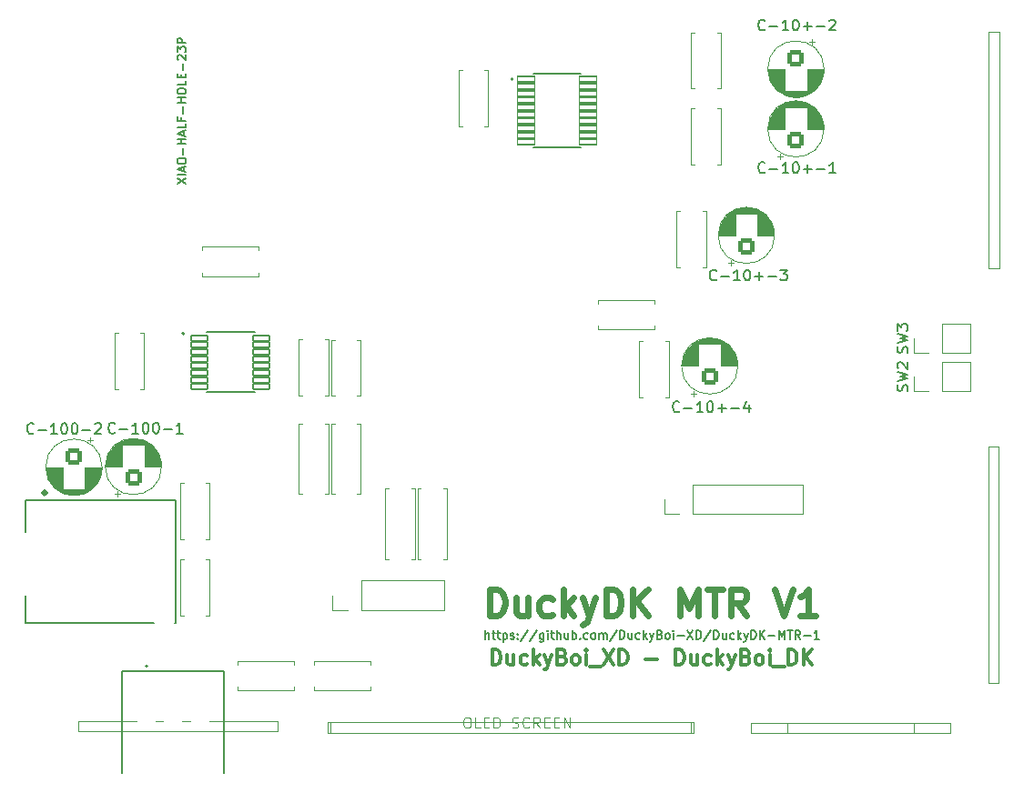
<source format=gto>
G04 #@! TF.GenerationSoftware,KiCad,Pcbnew,9.0.2*
G04 #@! TF.CreationDate,2025-07-04T19:53:15+12:00*
G04 #@! TF.ProjectId,DuckyDK MTR-1,4475636b-7944-44b2-904d-54522d312e6b,rev?*
G04 #@! TF.SameCoordinates,Original*
G04 #@! TF.FileFunction,Legend,Top*
G04 #@! TF.FilePolarity,Positive*
%FSLAX46Y46*%
G04 Gerber Fmt 4.6, Leading zero omitted, Abs format (unit mm)*
G04 Created by KiCad (PCBNEW 9.0.2) date 2025-07-04 19:53:15*
%MOMM*%
%LPD*%
G01*
G04 APERTURE LIST*
G04 Aperture macros list*
%AMRoundRect*
0 Rectangle with rounded corners*
0 $1 Rounding radius*
0 $2 $3 $4 $5 $6 $7 $8 $9 X,Y pos of 4 corners*
0 Add a 4 corners polygon primitive as box body*
4,1,4,$2,$3,$4,$5,$6,$7,$8,$9,$2,$3,0*
0 Add four circle primitives for the rounded corners*
1,1,$1+$1,$2,$3*
1,1,$1+$1,$4,$5*
1,1,$1+$1,$6,$7*
1,1,$1+$1,$8,$9*
0 Add four rect primitives between the rounded corners*
20,1,$1+$1,$2,$3,$4,$5,0*
20,1,$1+$1,$4,$5,$6,$7,0*
20,1,$1+$1,$6,$7,$8,$9,0*
20,1,$1+$1,$8,$9,$2,$3,0*%
G04 Aperture macros list end*
%ADD10C,0.100000*%
%ADD11C,0.150000*%
%ADD12C,0.625000*%
%ADD13C,0.350000*%
%ADD14C,0.200000*%
%ADD15C,0.120000*%
%ADD16C,0.127000*%
%ADD17C,0.340000*%
%ADD18C,0.000000*%
%ADD19R,1.700000X1.700000*%
%ADD20C,1.700000*%
%ADD21C,1.600000*%
%ADD22RoundRect,0.250000X0.550000X-0.550000X0.550000X0.550000X-0.550000X0.550000X-0.550000X-0.550000X0*%
%ADD23RoundRect,0.250000X-0.550000X0.550000X-0.550000X-0.550000X0.550000X-0.550000X0.550000X0.550000X0*%
%ADD24RoundRect,0.076750X-0.810250X-0.230250X0.810250X-0.230250X0.810250X0.230250X-0.810250X0.230250X0*%
%ADD25C,0.976200*%
%ADD26C,1.476200*%
%ADD27R,1.270000X0.903600*%
%ADD28O,1.270000X0.903600*%
%ADD29O,1.712000X3.220000*%
%ADD30O,3.220000X1.712000*%
%ADD31C,1.712000*%
%ADD32RoundRect,0.076750X-0.775250X-0.230250X0.775250X-0.230250X0.775250X0.230250X-0.775250X0.230250X0*%
G04 APERTURE END LIST*
D10*
X72099200Y-138684000D02*
X105599200Y-138684000D01*
X105599200Y-139684000D01*
X72099200Y-139684000D01*
X72099200Y-138684000D01*
X48615600Y-138542400D02*
X67132200Y-138542400D01*
X67132200Y-139507600D01*
X48615600Y-139507600D01*
X48615600Y-138542400D01*
X111188500Y-138734800D02*
X129705100Y-138734800D01*
X129705100Y-139700000D01*
X111188500Y-139700000D01*
X111188500Y-138734800D01*
X71849200Y-138684000D02*
X105849200Y-138684000D01*
X105849200Y-139684000D01*
X71849200Y-139684000D01*
X71849200Y-138684000D01*
X114592100Y-138734800D02*
X126301500Y-138734800D01*
X126301500Y-139700000D01*
X114592100Y-139700000D01*
X114592100Y-138734800D01*
X133286500Y-74424100D02*
X134277100Y-74424100D01*
X134277100Y-96424100D01*
X133286500Y-96424100D01*
X133286500Y-74424100D01*
X133261100Y-112973500D02*
X134251700Y-112973500D01*
X134251700Y-134973500D01*
X133261100Y-134973500D01*
X133261100Y-112973500D01*
D11*
X86496760Y-130907495D02*
X86496760Y-130107495D01*
X86839617Y-130907495D02*
X86839617Y-130488447D01*
X86839617Y-130488447D02*
X86801522Y-130412257D01*
X86801522Y-130412257D02*
X86725331Y-130374161D01*
X86725331Y-130374161D02*
X86611045Y-130374161D01*
X86611045Y-130374161D02*
X86534855Y-130412257D01*
X86534855Y-130412257D02*
X86496760Y-130450352D01*
X87106284Y-130374161D02*
X87411046Y-130374161D01*
X87220570Y-130107495D02*
X87220570Y-130793209D01*
X87220570Y-130793209D02*
X87258665Y-130869400D01*
X87258665Y-130869400D02*
X87334855Y-130907495D01*
X87334855Y-130907495D02*
X87411046Y-130907495D01*
X87563427Y-130374161D02*
X87868189Y-130374161D01*
X87677713Y-130107495D02*
X87677713Y-130793209D01*
X87677713Y-130793209D02*
X87715808Y-130869400D01*
X87715808Y-130869400D02*
X87791998Y-130907495D01*
X87791998Y-130907495D02*
X87868189Y-130907495D01*
X88134856Y-130374161D02*
X88134856Y-131174161D01*
X88134856Y-130412257D02*
X88211046Y-130374161D01*
X88211046Y-130374161D02*
X88363427Y-130374161D01*
X88363427Y-130374161D02*
X88439618Y-130412257D01*
X88439618Y-130412257D02*
X88477713Y-130450352D01*
X88477713Y-130450352D02*
X88515808Y-130526542D01*
X88515808Y-130526542D02*
X88515808Y-130755114D01*
X88515808Y-130755114D02*
X88477713Y-130831304D01*
X88477713Y-130831304D02*
X88439618Y-130869400D01*
X88439618Y-130869400D02*
X88363427Y-130907495D01*
X88363427Y-130907495D02*
X88211046Y-130907495D01*
X88211046Y-130907495D02*
X88134856Y-130869400D01*
X88820570Y-130869400D02*
X88896761Y-130907495D01*
X88896761Y-130907495D02*
X89049142Y-130907495D01*
X89049142Y-130907495D02*
X89125332Y-130869400D01*
X89125332Y-130869400D02*
X89163428Y-130793209D01*
X89163428Y-130793209D02*
X89163428Y-130755114D01*
X89163428Y-130755114D02*
X89125332Y-130678923D01*
X89125332Y-130678923D02*
X89049142Y-130640828D01*
X89049142Y-130640828D02*
X88934856Y-130640828D01*
X88934856Y-130640828D02*
X88858666Y-130602733D01*
X88858666Y-130602733D02*
X88820570Y-130526542D01*
X88820570Y-130526542D02*
X88820570Y-130488447D01*
X88820570Y-130488447D02*
X88858666Y-130412257D01*
X88858666Y-130412257D02*
X88934856Y-130374161D01*
X88934856Y-130374161D02*
X89049142Y-130374161D01*
X89049142Y-130374161D02*
X89125332Y-130412257D01*
X89506285Y-130831304D02*
X89544380Y-130869400D01*
X89544380Y-130869400D02*
X89506285Y-130907495D01*
X89506285Y-130907495D02*
X89468189Y-130869400D01*
X89468189Y-130869400D02*
X89506285Y-130831304D01*
X89506285Y-130831304D02*
X89506285Y-130907495D01*
X89506285Y-130412257D02*
X89544380Y-130450352D01*
X89544380Y-130450352D02*
X89506285Y-130488447D01*
X89506285Y-130488447D02*
X89468189Y-130450352D01*
X89468189Y-130450352D02*
X89506285Y-130412257D01*
X89506285Y-130412257D02*
X89506285Y-130488447D01*
X90458665Y-130069400D02*
X89772951Y-131097971D01*
X91296760Y-130069400D02*
X90611046Y-131097971D01*
X91906284Y-130374161D02*
X91906284Y-131021780D01*
X91906284Y-131021780D02*
X91868189Y-131097971D01*
X91868189Y-131097971D02*
X91830093Y-131136066D01*
X91830093Y-131136066D02*
X91753903Y-131174161D01*
X91753903Y-131174161D02*
X91639617Y-131174161D01*
X91639617Y-131174161D02*
X91563427Y-131136066D01*
X91906284Y-130869400D02*
X91830093Y-130907495D01*
X91830093Y-130907495D02*
X91677712Y-130907495D01*
X91677712Y-130907495D02*
X91601522Y-130869400D01*
X91601522Y-130869400D02*
X91563427Y-130831304D01*
X91563427Y-130831304D02*
X91525331Y-130755114D01*
X91525331Y-130755114D02*
X91525331Y-130526542D01*
X91525331Y-130526542D02*
X91563427Y-130450352D01*
X91563427Y-130450352D02*
X91601522Y-130412257D01*
X91601522Y-130412257D02*
X91677712Y-130374161D01*
X91677712Y-130374161D02*
X91830093Y-130374161D01*
X91830093Y-130374161D02*
X91906284Y-130412257D01*
X92287237Y-130907495D02*
X92287237Y-130374161D01*
X92287237Y-130107495D02*
X92249141Y-130145590D01*
X92249141Y-130145590D02*
X92287237Y-130183685D01*
X92287237Y-130183685D02*
X92325332Y-130145590D01*
X92325332Y-130145590D02*
X92287237Y-130107495D01*
X92287237Y-130107495D02*
X92287237Y-130183685D01*
X92553903Y-130374161D02*
X92858665Y-130374161D01*
X92668189Y-130107495D02*
X92668189Y-130793209D01*
X92668189Y-130793209D02*
X92706284Y-130869400D01*
X92706284Y-130869400D02*
X92782474Y-130907495D01*
X92782474Y-130907495D02*
X92858665Y-130907495D01*
X93125332Y-130907495D02*
X93125332Y-130107495D01*
X93468189Y-130907495D02*
X93468189Y-130488447D01*
X93468189Y-130488447D02*
X93430094Y-130412257D01*
X93430094Y-130412257D02*
X93353903Y-130374161D01*
X93353903Y-130374161D02*
X93239617Y-130374161D01*
X93239617Y-130374161D02*
X93163427Y-130412257D01*
X93163427Y-130412257D02*
X93125332Y-130450352D01*
X94191999Y-130374161D02*
X94191999Y-130907495D01*
X93849142Y-130374161D02*
X93849142Y-130793209D01*
X93849142Y-130793209D02*
X93887237Y-130869400D01*
X93887237Y-130869400D02*
X93963427Y-130907495D01*
X93963427Y-130907495D02*
X94077713Y-130907495D01*
X94077713Y-130907495D02*
X94153904Y-130869400D01*
X94153904Y-130869400D02*
X94191999Y-130831304D01*
X94572952Y-130907495D02*
X94572952Y-130107495D01*
X94572952Y-130412257D02*
X94649142Y-130374161D01*
X94649142Y-130374161D02*
X94801523Y-130374161D01*
X94801523Y-130374161D02*
X94877714Y-130412257D01*
X94877714Y-130412257D02*
X94915809Y-130450352D01*
X94915809Y-130450352D02*
X94953904Y-130526542D01*
X94953904Y-130526542D02*
X94953904Y-130755114D01*
X94953904Y-130755114D02*
X94915809Y-130831304D01*
X94915809Y-130831304D02*
X94877714Y-130869400D01*
X94877714Y-130869400D02*
X94801523Y-130907495D01*
X94801523Y-130907495D02*
X94649142Y-130907495D01*
X94649142Y-130907495D02*
X94572952Y-130869400D01*
X95296762Y-130831304D02*
X95334857Y-130869400D01*
X95334857Y-130869400D02*
X95296762Y-130907495D01*
X95296762Y-130907495D02*
X95258666Y-130869400D01*
X95258666Y-130869400D02*
X95296762Y-130831304D01*
X95296762Y-130831304D02*
X95296762Y-130907495D01*
X96020571Y-130869400D02*
X95944380Y-130907495D01*
X95944380Y-130907495D02*
X95791999Y-130907495D01*
X95791999Y-130907495D02*
X95715809Y-130869400D01*
X95715809Y-130869400D02*
X95677714Y-130831304D01*
X95677714Y-130831304D02*
X95639618Y-130755114D01*
X95639618Y-130755114D02*
X95639618Y-130526542D01*
X95639618Y-130526542D02*
X95677714Y-130450352D01*
X95677714Y-130450352D02*
X95715809Y-130412257D01*
X95715809Y-130412257D02*
X95791999Y-130374161D01*
X95791999Y-130374161D02*
X95944380Y-130374161D01*
X95944380Y-130374161D02*
X96020571Y-130412257D01*
X96477713Y-130907495D02*
X96401523Y-130869400D01*
X96401523Y-130869400D02*
X96363428Y-130831304D01*
X96363428Y-130831304D02*
X96325332Y-130755114D01*
X96325332Y-130755114D02*
X96325332Y-130526542D01*
X96325332Y-130526542D02*
X96363428Y-130450352D01*
X96363428Y-130450352D02*
X96401523Y-130412257D01*
X96401523Y-130412257D02*
X96477713Y-130374161D01*
X96477713Y-130374161D02*
X96591999Y-130374161D01*
X96591999Y-130374161D02*
X96668190Y-130412257D01*
X96668190Y-130412257D02*
X96706285Y-130450352D01*
X96706285Y-130450352D02*
X96744380Y-130526542D01*
X96744380Y-130526542D02*
X96744380Y-130755114D01*
X96744380Y-130755114D02*
X96706285Y-130831304D01*
X96706285Y-130831304D02*
X96668190Y-130869400D01*
X96668190Y-130869400D02*
X96591999Y-130907495D01*
X96591999Y-130907495D02*
X96477713Y-130907495D01*
X97087238Y-130907495D02*
X97087238Y-130374161D01*
X97087238Y-130450352D02*
X97125333Y-130412257D01*
X97125333Y-130412257D02*
X97201523Y-130374161D01*
X97201523Y-130374161D02*
X97315809Y-130374161D01*
X97315809Y-130374161D02*
X97392000Y-130412257D01*
X97392000Y-130412257D02*
X97430095Y-130488447D01*
X97430095Y-130488447D02*
X97430095Y-130907495D01*
X97430095Y-130488447D02*
X97468190Y-130412257D01*
X97468190Y-130412257D02*
X97544381Y-130374161D01*
X97544381Y-130374161D02*
X97658666Y-130374161D01*
X97658666Y-130374161D02*
X97734857Y-130412257D01*
X97734857Y-130412257D02*
X97772952Y-130488447D01*
X97772952Y-130488447D02*
X97772952Y-130907495D01*
X98725333Y-130069400D02*
X98039619Y-131097971D01*
X98992000Y-130907495D02*
X98992000Y-130107495D01*
X98992000Y-130107495D02*
X99182476Y-130107495D01*
X99182476Y-130107495D02*
X99296762Y-130145590D01*
X99296762Y-130145590D02*
X99372952Y-130221780D01*
X99372952Y-130221780D02*
X99411047Y-130297971D01*
X99411047Y-130297971D02*
X99449143Y-130450352D01*
X99449143Y-130450352D02*
X99449143Y-130564638D01*
X99449143Y-130564638D02*
X99411047Y-130717019D01*
X99411047Y-130717019D02*
X99372952Y-130793209D01*
X99372952Y-130793209D02*
X99296762Y-130869400D01*
X99296762Y-130869400D02*
X99182476Y-130907495D01*
X99182476Y-130907495D02*
X98992000Y-130907495D01*
X100134857Y-130374161D02*
X100134857Y-130907495D01*
X99792000Y-130374161D02*
X99792000Y-130793209D01*
X99792000Y-130793209D02*
X99830095Y-130869400D01*
X99830095Y-130869400D02*
X99906285Y-130907495D01*
X99906285Y-130907495D02*
X100020571Y-130907495D01*
X100020571Y-130907495D02*
X100096762Y-130869400D01*
X100096762Y-130869400D02*
X100134857Y-130831304D01*
X100858667Y-130869400D02*
X100782476Y-130907495D01*
X100782476Y-130907495D02*
X100630095Y-130907495D01*
X100630095Y-130907495D02*
X100553905Y-130869400D01*
X100553905Y-130869400D02*
X100515810Y-130831304D01*
X100515810Y-130831304D02*
X100477714Y-130755114D01*
X100477714Y-130755114D02*
X100477714Y-130526542D01*
X100477714Y-130526542D02*
X100515810Y-130450352D01*
X100515810Y-130450352D02*
X100553905Y-130412257D01*
X100553905Y-130412257D02*
X100630095Y-130374161D01*
X100630095Y-130374161D02*
X100782476Y-130374161D01*
X100782476Y-130374161D02*
X100858667Y-130412257D01*
X101201524Y-130907495D02*
X101201524Y-130107495D01*
X101277714Y-130602733D02*
X101506286Y-130907495D01*
X101506286Y-130374161D02*
X101201524Y-130678923D01*
X101772952Y-130374161D02*
X101963428Y-130907495D01*
X102153905Y-130374161D02*
X101963428Y-130907495D01*
X101963428Y-130907495D02*
X101887238Y-131097971D01*
X101887238Y-131097971D02*
X101849143Y-131136066D01*
X101849143Y-131136066D02*
X101772952Y-131174161D01*
X102725333Y-130488447D02*
X102839619Y-130526542D01*
X102839619Y-130526542D02*
X102877714Y-130564638D01*
X102877714Y-130564638D02*
X102915810Y-130640828D01*
X102915810Y-130640828D02*
X102915810Y-130755114D01*
X102915810Y-130755114D02*
X102877714Y-130831304D01*
X102877714Y-130831304D02*
X102839619Y-130869400D01*
X102839619Y-130869400D02*
X102763429Y-130907495D01*
X102763429Y-130907495D02*
X102458667Y-130907495D01*
X102458667Y-130907495D02*
X102458667Y-130107495D01*
X102458667Y-130107495D02*
X102725333Y-130107495D01*
X102725333Y-130107495D02*
X102801524Y-130145590D01*
X102801524Y-130145590D02*
X102839619Y-130183685D01*
X102839619Y-130183685D02*
X102877714Y-130259876D01*
X102877714Y-130259876D02*
X102877714Y-130336066D01*
X102877714Y-130336066D02*
X102839619Y-130412257D01*
X102839619Y-130412257D02*
X102801524Y-130450352D01*
X102801524Y-130450352D02*
X102725333Y-130488447D01*
X102725333Y-130488447D02*
X102458667Y-130488447D01*
X103372952Y-130907495D02*
X103296762Y-130869400D01*
X103296762Y-130869400D02*
X103258667Y-130831304D01*
X103258667Y-130831304D02*
X103220571Y-130755114D01*
X103220571Y-130755114D02*
X103220571Y-130526542D01*
X103220571Y-130526542D02*
X103258667Y-130450352D01*
X103258667Y-130450352D02*
X103296762Y-130412257D01*
X103296762Y-130412257D02*
X103372952Y-130374161D01*
X103372952Y-130374161D02*
X103487238Y-130374161D01*
X103487238Y-130374161D02*
X103563429Y-130412257D01*
X103563429Y-130412257D02*
X103601524Y-130450352D01*
X103601524Y-130450352D02*
X103639619Y-130526542D01*
X103639619Y-130526542D02*
X103639619Y-130755114D01*
X103639619Y-130755114D02*
X103601524Y-130831304D01*
X103601524Y-130831304D02*
X103563429Y-130869400D01*
X103563429Y-130869400D02*
X103487238Y-130907495D01*
X103487238Y-130907495D02*
X103372952Y-130907495D01*
X103982477Y-130907495D02*
X103982477Y-130374161D01*
X103982477Y-130107495D02*
X103944381Y-130145590D01*
X103944381Y-130145590D02*
X103982477Y-130183685D01*
X103982477Y-130183685D02*
X104020572Y-130145590D01*
X104020572Y-130145590D02*
X103982477Y-130107495D01*
X103982477Y-130107495D02*
X103982477Y-130183685D01*
X104363429Y-130602733D02*
X104972953Y-130602733D01*
X105277714Y-130107495D02*
X105811048Y-130907495D01*
X105811048Y-130107495D02*
X105277714Y-130907495D01*
X106115810Y-130907495D02*
X106115810Y-130107495D01*
X106115810Y-130107495D02*
X106306286Y-130107495D01*
X106306286Y-130107495D02*
X106420572Y-130145590D01*
X106420572Y-130145590D02*
X106496762Y-130221780D01*
X106496762Y-130221780D02*
X106534857Y-130297971D01*
X106534857Y-130297971D02*
X106572953Y-130450352D01*
X106572953Y-130450352D02*
X106572953Y-130564638D01*
X106572953Y-130564638D02*
X106534857Y-130717019D01*
X106534857Y-130717019D02*
X106496762Y-130793209D01*
X106496762Y-130793209D02*
X106420572Y-130869400D01*
X106420572Y-130869400D02*
X106306286Y-130907495D01*
X106306286Y-130907495D02*
X106115810Y-130907495D01*
X107487238Y-130069400D02*
X106801524Y-131097971D01*
X107753905Y-130907495D02*
X107753905Y-130107495D01*
X107753905Y-130107495D02*
X107944381Y-130107495D01*
X107944381Y-130107495D02*
X108058667Y-130145590D01*
X108058667Y-130145590D02*
X108134857Y-130221780D01*
X108134857Y-130221780D02*
X108172952Y-130297971D01*
X108172952Y-130297971D02*
X108211048Y-130450352D01*
X108211048Y-130450352D02*
X108211048Y-130564638D01*
X108211048Y-130564638D02*
X108172952Y-130717019D01*
X108172952Y-130717019D02*
X108134857Y-130793209D01*
X108134857Y-130793209D02*
X108058667Y-130869400D01*
X108058667Y-130869400D02*
X107944381Y-130907495D01*
X107944381Y-130907495D02*
X107753905Y-130907495D01*
X108896762Y-130374161D02*
X108896762Y-130907495D01*
X108553905Y-130374161D02*
X108553905Y-130793209D01*
X108553905Y-130793209D02*
X108592000Y-130869400D01*
X108592000Y-130869400D02*
X108668190Y-130907495D01*
X108668190Y-130907495D02*
X108782476Y-130907495D01*
X108782476Y-130907495D02*
X108858667Y-130869400D01*
X108858667Y-130869400D02*
X108896762Y-130831304D01*
X109620572Y-130869400D02*
X109544381Y-130907495D01*
X109544381Y-130907495D02*
X109392000Y-130907495D01*
X109392000Y-130907495D02*
X109315810Y-130869400D01*
X109315810Y-130869400D02*
X109277715Y-130831304D01*
X109277715Y-130831304D02*
X109239619Y-130755114D01*
X109239619Y-130755114D02*
X109239619Y-130526542D01*
X109239619Y-130526542D02*
X109277715Y-130450352D01*
X109277715Y-130450352D02*
X109315810Y-130412257D01*
X109315810Y-130412257D02*
X109392000Y-130374161D01*
X109392000Y-130374161D02*
X109544381Y-130374161D01*
X109544381Y-130374161D02*
X109620572Y-130412257D01*
X109963429Y-130907495D02*
X109963429Y-130107495D01*
X110039619Y-130602733D02*
X110268191Y-130907495D01*
X110268191Y-130374161D02*
X109963429Y-130678923D01*
X110534857Y-130374161D02*
X110725333Y-130907495D01*
X110915810Y-130374161D02*
X110725333Y-130907495D01*
X110725333Y-130907495D02*
X110649143Y-131097971D01*
X110649143Y-131097971D02*
X110611048Y-131136066D01*
X110611048Y-131136066D02*
X110534857Y-131174161D01*
X111220572Y-130907495D02*
X111220572Y-130107495D01*
X111220572Y-130107495D02*
X111411048Y-130107495D01*
X111411048Y-130107495D02*
X111525334Y-130145590D01*
X111525334Y-130145590D02*
X111601524Y-130221780D01*
X111601524Y-130221780D02*
X111639619Y-130297971D01*
X111639619Y-130297971D02*
X111677715Y-130450352D01*
X111677715Y-130450352D02*
X111677715Y-130564638D01*
X111677715Y-130564638D02*
X111639619Y-130717019D01*
X111639619Y-130717019D02*
X111601524Y-130793209D01*
X111601524Y-130793209D02*
X111525334Y-130869400D01*
X111525334Y-130869400D02*
X111411048Y-130907495D01*
X111411048Y-130907495D02*
X111220572Y-130907495D01*
X112020572Y-130907495D02*
X112020572Y-130107495D01*
X112477715Y-130907495D02*
X112134857Y-130450352D01*
X112477715Y-130107495D02*
X112020572Y-130564638D01*
X112820572Y-130602733D02*
X113430096Y-130602733D01*
X113811048Y-130907495D02*
X113811048Y-130107495D01*
X113811048Y-130107495D02*
X114077714Y-130678923D01*
X114077714Y-130678923D02*
X114344381Y-130107495D01*
X114344381Y-130107495D02*
X114344381Y-130907495D01*
X114611048Y-130107495D02*
X115068191Y-130107495D01*
X114839619Y-130907495D02*
X114839619Y-130107495D01*
X115792001Y-130907495D02*
X115525334Y-130526542D01*
X115334858Y-130907495D02*
X115334858Y-130107495D01*
X115334858Y-130107495D02*
X115639620Y-130107495D01*
X115639620Y-130107495D02*
X115715810Y-130145590D01*
X115715810Y-130145590D02*
X115753905Y-130183685D01*
X115753905Y-130183685D02*
X115792001Y-130259876D01*
X115792001Y-130259876D02*
X115792001Y-130374161D01*
X115792001Y-130374161D02*
X115753905Y-130450352D01*
X115753905Y-130450352D02*
X115715810Y-130488447D01*
X115715810Y-130488447D02*
X115639620Y-130526542D01*
X115639620Y-130526542D02*
X115334858Y-130526542D01*
X116134858Y-130602733D02*
X116744382Y-130602733D01*
X117544381Y-130907495D02*
X117087238Y-130907495D01*
X117315810Y-130907495D02*
X117315810Y-130107495D01*
X117315810Y-130107495D02*
X117239619Y-130221780D01*
X117239619Y-130221780D02*
X117163429Y-130297971D01*
X117163429Y-130297971D02*
X117087238Y-130336066D01*
D12*
X86858422Y-128744347D02*
X86858422Y-126244347D01*
X86858422Y-126244347D02*
X87453660Y-126244347D01*
X87453660Y-126244347D02*
X87810803Y-126363395D01*
X87810803Y-126363395D02*
X88048898Y-126601490D01*
X88048898Y-126601490D02*
X88167945Y-126839585D01*
X88167945Y-126839585D02*
X88286993Y-127315776D01*
X88286993Y-127315776D02*
X88286993Y-127672919D01*
X88286993Y-127672919D02*
X88167945Y-128149109D01*
X88167945Y-128149109D02*
X88048898Y-128387204D01*
X88048898Y-128387204D02*
X87810803Y-128625300D01*
X87810803Y-128625300D02*
X87453660Y-128744347D01*
X87453660Y-128744347D02*
X86858422Y-128744347D01*
X90429850Y-127077680D02*
X90429850Y-128744347D01*
X89358422Y-127077680D02*
X89358422Y-128387204D01*
X89358422Y-128387204D02*
X89477469Y-128625300D01*
X89477469Y-128625300D02*
X89715564Y-128744347D01*
X89715564Y-128744347D02*
X90072707Y-128744347D01*
X90072707Y-128744347D02*
X90310803Y-128625300D01*
X90310803Y-128625300D02*
X90429850Y-128506252D01*
X92691755Y-128625300D02*
X92453660Y-128744347D01*
X92453660Y-128744347D02*
X91977469Y-128744347D01*
X91977469Y-128744347D02*
X91739374Y-128625300D01*
X91739374Y-128625300D02*
X91620327Y-128506252D01*
X91620327Y-128506252D02*
X91501279Y-128268157D01*
X91501279Y-128268157D02*
X91501279Y-127553871D01*
X91501279Y-127553871D02*
X91620327Y-127315776D01*
X91620327Y-127315776D02*
X91739374Y-127196728D01*
X91739374Y-127196728D02*
X91977469Y-127077680D01*
X91977469Y-127077680D02*
X92453660Y-127077680D01*
X92453660Y-127077680D02*
X92691755Y-127196728D01*
X93763184Y-128744347D02*
X93763184Y-126244347D01*
X94001279Y-127791966D02*
X94715565Y-128744347D01*
X94715565Y-127077680D02*
X93763184Y-128030061D01*
X95548898Y-127077680D02*
X96144136Y-128744347D01*
X96739375Y-127077680D02*
X96144136Y-128744347D01*
X96144136Y-128744347D02*
X95906041Y-129339585D01*
X95906041Y-129339585D02*
X95786994Y-129458633D01*
X95786994Y-129458633D02*
X95548898Y-129577680D01*
X97691756Y-128744347D02*
X97691756Y-126244347D01*
X97691756Y-126244347D02*
X98286994Y-126244347D01*
X98286994Y-126244347D02*
X98644137Y-126363395D01*
X98644137Y-126363395D02*
X98882232Y-126601490D01*
X98882232Y-126601490D02*
X99001279Y-126839585D01*
X99001279Y-126839585D02*
X99120327Y-127315776D01*
X99120327Y-127315776D02*
X99120327Y-127672919D01*
X99120327Y-127672919D02*
X99001279Y-128149109D01*
X99001279Y-128149109D02*
X98882232Y-128387204D01*
X98882232Y-128387204D02*
X98644137Y-128625300D01*
X98644137Y-128625300D02*
X98286994Y-128744347D01*
X98286994Y-128744347D02*
X97691756Y-128744347D01*
X100191756Y-128744347D02*
X100191756Y-126244347D01*
X101620327Y-128744347D02*
X100548898Y-127315776D01*
X101620327Y-126244347D02*
X100191756Y-127672919D01*
X104596518Y-128744347D02*
X104596518Y-126244347D01*
X104596518Y-126244347D02*
X105429851Y-128030061D01*
X105429851Y-128030061D02*
X106263184Y-126244347D01*
X106263184Y-126244347D02*
X106263184Y-128744347D01*
X107096518Y-126244347D02*
X108525089Y-126244347D01*
X107810803Y-128744347D02*
X107810803Y-126244347D01*
X110786994Y-128744347D02*
X109953661Y-127553871D01*
X109358423Y-128744347D02*
X109358423Y-126244347D01*
X109358423Y-126244347D02*
X110310804Y-126244347D01*
X110310804Y-126244347D02*
X110548899Y-126363395D01*
X110548899Y-126363395D02*
X110667946Y-126482442D01*
X110667946Y-126482442D02*
X110786994Y-126720538D01*
X110786994Y-126720538D02*
X110786994Y-127077680D01*
X110786994Y-127077680D02*
X110667946Y-127315776D01*
X110667946Y-127315776D02*
X110548899Y-127434823D01*
X110548899Y-127434823D02*
X110310804Y-127553871D01*
X110310804Y-127553871D02*
X109358423Y-127553871D01*
X113406042Y-126244347D02*
X114239375Y-128744347D01*
X114239375Y-128744347D02*
X115072708Y-126244347D01*
X117215565Y-128744347D02*
X115786994Y-128744347D01*
X116501280Y-128744347D02*
X116501280Y-126244347D01*
X116501280Y-126244347D02*
X116263184Y-126601490D01*
X116263184Y-126601490D02*
X116025089Y-126839585D01*
X116025089Y-126839585D02*
X115786994Y-126958633D01*
D10*
X84695360Y-138191419D02*
X84885836Y-138191419D01*
X84885836Y-138191419D02*
X84981074Y-138239038D01*
X84981074Y-138239038D02*
X85076312Y-138334276D01*
X85076312Y-138334276D02*
X85123931Y-138524752D01*
X85123931Y-138524752D02*
X85123931Y-138858085D01*
X85123931Y-138858085D02*
X85076312Y-139048561D01*
X85076312Y-139048561D02*
X84981074Y-139143800D01*
X84981074Y-139143800D02*
X84885836Y-139191419D01*
X84885836Y-139191419D02*
X84695360Y-139191419D01*
X84695360Y-139191419D02*
X84600122Y-139143800D01*
X84600122Y-139143800D02*
X84504884Y-139048561D01*
X84504884Y-139048561D02*
X84457265Y-138858085D01*
X84457265Y-138858085D02*
X84457265Y-138524752D01*
X84457265Y-138524752D02*
X84504884Y-138334276D01*
X84504884Y-138334276D02*
X84600122Y-138239038D01*
X84600122Y-138239038D02*
X84695360Y-138191419D01*
X86028693Y-139191419D02*
X85552503Y-139191419D01*
X85552503Y-139191419D02*
X85552503Y-138191419D01*
X86362027Y-138667609D02*
X86695360Y-138667609D01*
X86838217Y-139191419D02*
X86362027Y-139191419D01*
X86362027Y-139191419D02*
X86362027Y-138191419D01*
X86362027Y-138191419D02*
X86838217Y-138191419D01*
X87266789Y-139191419D02*
X87266789Y-138191419D01*
X87266789Y-138191419D02*
X87504884Y-138191419D01*
X87504884Y-138191419D02*
X87647741Y-138239038D01*
X87647741Y-138239038D02*
X87742979Y-138334276D01*
X87742979Y-138334276D02*
X87790598Y-138429514D01*
X87790598Y-138429514D02*
X87838217Y-138619990D01*
X87838217Y-138619990D02*
X87838217Y-138762847D01*
X87838217Y-138762847D02*
X87790598Y-138953323D01*
X87790598Y-138953323D02*
X87742979Y-139048561D01*
X87742979Y-139048561D02*
X87647741Y-139143800D01*
X87647741Y-139143800D02*
X87504884Y-139191419D01*
X87504884Y-139191419D02*
X87266789Y-139191419D01*
X88981075Y-139143800D02*
X89123932Y-139191419D01*
X89123932Y-139191419D02*
X89362027Y-139191419D01*
X89362027Y-139191419D02*
X89457265Y-139143800D01*
X89457265Y-139143800D02*
X89504884Y-139096180D01*
X89504884Y-139096180D02*
X89552503Y-139000942D01*
X89552503Y-139000942D02*
X89552503Y-138905704D01*
X89552503Y-138905704D02*
X89504884Y-138810466D01*
X89504884Y-138810466D02*
X89457265Y-138762847D01*
X89457265Y-138762847D02*
X89362027Y-138715228D01*
X89362027Y-138715228D02*
X89171551Y-138667609D01*
X89171551Y-138667609D02*
X89076313Y-138619990D01*
X89076313Y-138619990D02*
X89028694Y-138572371D01*
X89028694Y-138572371D02*
X88981075Y-138477133D01*
X88981075Y-138477133D02*
X88981075Y-138381895D01*
X88981075Y-138381895D02*
X89028694Y-138286657D01*
X89028694Y-138286657D02*
X89076313Y-138239038D01*
X89076313Y-138239038D02*
X89171551Y-138191419D01*
X89171551Y-138191419D02*
X89409646Y-138191419D01*
X89409646Y-138191419D02*
X89552503Y-138239038D01*
X90552503Y-139096180D02*
X90504884Y-139143800D01*
X90504884Y-139143800D02*
X90362027Y-139191419D01*
X90362027Y-139191419D02*
X90266789Y-139191419D01*
X90266789Y-139191419D02*
X90123932Y-139143800D01*
X90123932Y-139143800D02*
X90028694Y-139048561D01*
X90028694Y-139048561D02*
X89981075Y-138953323D01*
X89981075Y-138953323D02*
X89933456Y-138762847D01*
X89933456Y-138762847D02*
X89933456Y-138619990D01*
X89933456Y-138619990D02*
X89981075Y-138429514D01*
X89981075Y-138429514D02*
X90028694Y-138334276D01*
X90028694Y-138334276D02*
X90123932Y-138239038D01*
X90123932Y-138239038D02*
X90266789Y-138191419D01*
X90266789Y-138191419D02*
X90362027Y-138191419D01*
X90362027Y-138191419D02*
X90504884Y-138239038D01*
X90504884Y-138239038D02*
X90552503Y-138286657D01*
X91552503Y-139191419D02*
X91219170Y-138715228D01*
X90981075Y-139191419D02*
X90981075Y-138191419D01*
X90981075Y-138191419D02*
X91362027Y-138191419D01*
X91362027Y-138191419D02*
X91457265Y-138239038D01*
X91457265Y-138239038D02*
X91504884Y-138286657D01*
X91504884Y-138286657D02*
X91552503Y-138381895D01*
X91552503Y-138381895D02*
X91552503Y-138524752D01*
X91552503Y-138524752D02*
X91504884Y-138619990D01*
X91504884Y-138619990D02*
X91457265Y-138667609D01*
X91457265Y-138667609D02*
X91362027Y-138715228D01*
X91362027Y-138715228D02*
X90981075Y-138715228D01*
X91981075Y-138667609D02*
X92314408Y-138667609D01*
X92457265Y-139191419D02*
X91981075Y-139191419D01*
X91981075Y-139191419D02*
X91981075Y-138191419D01*
X91981075Y-138191419D02*
X92457265Y-138191419D01*
X92885837Y-138667609D02*
X93219170Y-138667609D01*
X93362027Y-139191419D02*
X92885837Y-139191419D01*
X92885837Y-139191419D02*
X92885837Y-138191419D01*
X92885837Y-138191419D02*
X93362027Y-138191419D01*
X93790599Y-139191419D02*
X93790599Y-138191419D01*
X93790599Y-138191419D02*
X94362027Y-139191419D01*
X94362027Y-139191419D02*
X94362027Y-138191419D01*
D13*
X87126796Y-133312866D02*
X87126796Y-131912866D01*
X87126796Y-131912866D02*
X87460129Y-131912866D01*
X87460129Y-131912866D02*
X87660129Y-131979533D01*
X87660129Y-131979533D02*
X87793463Y-132112866D01*
X87793463Y-132112866D02*
X87860129Y-132246200D01*
X87860129Y-132246200D02*
X87926796Y-132512866D01*
X87926796Y-132512866D02*
X87926796Y-132712866D01*
X87926796Y-132712866D02*
X87860129Y-132979533D01*
X87860129Y-132979533D02*
X87793463Y-133112866D01*
X87793463Y-133112866D02*
X87660129Y-133246200D01*
X87660129Y-133246200D02*
X87460129Y-133312866D01*
X87460129Y-133312866D02*
X87126796Y-133312866D01*
X89126796Y-132379533D02*
X89126796Y-133312866D01*
X88526796Y-132379533D02*
X88526796Y-133112866D01*
X88526796Y-133112866D02*
X88593463Y-133246200D01*
X88593463Y-133246200D02*
X88726796Y-133312866D01*
X88726796Y-133312866D02*
X88926796Y-133312866D01*
X88926796Y-133312866D02*
X89060129Y-133246200D01*
X89060129Y-133246200D02*
X89126796Y-133179533D01*
X90393463Y-133246200D02*
X90260130Y-133312866D01*
X90260130Y-133312866D02*
X89993463Y-133312866D01*
X89993463Y-133312866D02*
X89860130Y-133246200D01*
X89860130Y-133246200D02*
X89793463Y-133179533D01*
X89793463Y-133179533D02*
X89726796Y-133046200D01*
X89726796Y-133046200D02*
X89726796Y-132646200D01*
X89726796Y-132646200D02*
X89793463Y-132512866D01*
X89793463Y-132512866D02*
X89860130Y-132446200D01*
X89860130Y-132446200D02*
X89993463Y-132379533D01*
X89993463Y-132379533D02*
X90260130Y-132379533D01*
X90260130Y-132379533D02*
X90393463Y-132446200D01*
X90993463Y-133312866D02*
X90993463Y-131912866D01*
X91126796Y-132779533D02*
X91526796Y-133312866D01*
X91526796Y-132379533D02*
X90993463Y-132912866D01*
X91993463Y-132379533D02*
X92326796Y-133312866D01*
X92660129Y-132379533D02*
X92326796Y-133312866D01*
X92326796Y-133312866D02*
X92193463Y-133646200D01*
X92193463Y-133646200D02*
X92126796Y-133712866D01*
X92126796Y-133712866D02*
X91993463Y-133779533D01*
X93660130Y-132579533D02*
X93860130Y-132646200D01*
X93860130Y-132646200D02*
X93926796Y-132712866D01*
X93926796Y-132712866D02*
X93993463Y-132846200D01*
X93993463Y-132846200D02*
X93993463Y-133046200D01*
X93993463Y-133046200D02*
X93926796Y-133179533D01*
X93926796Y-133179533D02*
X93860130Y-133246200D01*
X93860130Y-133246200D02*
X93726796Y-133312866D01*
X93726796Y-133312866D02*
X93193463Y-133312866D01*
X93193463Y-133312866D02*
X93193463Y-131912866D01*
X93193463Y-131912866D02*
X93660130Y-131912866D01*
X93660130Y-131912866D02*
X93793463Y-131979533D01*
X93793463Y-131979533D02*
X93860130Y-132046200D01*
X93860130Y-132046200D02*
X93926796Y-132179533D01*
X93926796Y-132179533D02*
X93926796Y-132312866D01*
X93926796Y-132312866D02*
X93860130Y-132446200D01*
X93860130Y-132446200D02*
X93793463Y-132512866D01*
X93793463Y-132512866D02*
X93660130Y-132579533D01*
X93660130Y-132579533D02*
X93193463Y-132579533D01*
X94793463Y-133312866D02*
X94660130Y-133246200D01*
X94660130Y-133246200D02*
X94593463Y-133179533D01*
X94593463Y-133179533D02*
X94526796Y-133046200D01*
X94526796Y-133046200D02*
X94526796Y-132646200D01*
X94526796Y-132646200D02*
X94593463Y-132512866D01*
X94593463Y-132512866D02*
X94660130Y-132446200D01*
X94660130Y-132446200D02*
X94793463Y-132379533D01*
X94793463Y-132379533D02*
X94993463Y-132379533D01*
X94993463Y-132379533D02*
X95126796Y-132446200D01*
X95126796Y-132446200D02*
X95193463Y-132512866D01*
X95193463Y-132512866D02*
X95260130Y-132646200D01*
X95260130Y-132646200D02*
X95260130Y-133046200D01*
X95260130Y-133046200D02*
X95193463Y-133179533D01*
X95193463Y-133179533D02*
X95126796Y-133246200D01*
X95126796Y-133246200D02*
X94993463Y-133312866D01*
X94993463Y-133312866D02*
X94793463Y-133312866D01*
X95860130Y-133312866D02*
X95860130Y-132379533D01*
X95860130Y-131912866D02*
X95793463Y-131979533D01*
X95793463Y-131979533D02*
X95860130Y-132046200D01*
X95860130Y-132046200D02*
X95926797Y-131979533D01*
X95926797Y-131979533D02*
X95860130Y-131912866D01*
X95860130Y-131912866D02*
X95860130Y-132046200D01*
X96193464Y-133446200D02*
X97260130Y-133446200D01*
X97460131Y-131912866D02*
X98393464Y-133312866D01*
X98393464Y-131912866D02*
X97460131Y-133312866D01*
X98926797Y-133312866D02*
X98926797Y-131912866D01*
X98926797Y-131912866D02*
X99260130Y-131912866D01*
X99260130Y-131912866D02*
X99460130Y-131979533D01*
X99460130Y-131979533D02*
X99593464Y-132112866D01*
X99593464Y-132112866D02*
X99660130Y-132246200D01*
X99660130Y-132246200D02*
X99726797Y-132512866D01*
X99726797Y-132512866D02*
X99726797Y-132712866D01*
X99726797Y-132712866D02*
X99660130Y-132979533D01*
X99660130Y-132979533D02*
X99593464Y-133112866D01*
X99593464Y-133112866D02*
X99460130Y-133246200D01*
X99460130Y-133246200D02*
X99260130Y-133312866D01*
X99260130Y-133312866D02*
X98926797Y-133312866D01*
X101393464Y-132779533D02*
X102460131Y-132779533D01*
X104193464Y-133312866D02*
X104193464Y-131912866D01*
X104193464Y-131912866D02*
X104526797Y-131912866D01*
X104526797Y-131912866D02*
X104726797Y-131979533D01*
X104726797Y-131979533D02*
X104860131Y-132112866D01*
X104860131Y-132112866D02*
X104926797Y-132246200D01*
X104926797Y-132246200D02*
X104993464Y-132512866D01*
X104993464Y-132512866D02*
X104993464Y-132712866D01*
X104993464Y-132712866D02*
X104926797Y-132979533D01*
X104926797Y-132979533D02*
X104860131Y-133112866D01*
X104860131Y-133112866D02*
X104726797Y-133246200D01*
X104726797Y-133246200D02*
X104526797Y-133312866D01*
X104526797Y-133312866D02*
X104193464Y-133312866D01*
X106193464Y-132379533D02*
X106193464Y-133312866D01*
X105593464Y-132379533D02*
X105593464Y-133112866D01*
X105593464Y-133112866D02*
X105660131Y-133246200D01*
X105660131Y-133246200D02*
X105793464Y-133312866D01*
X105793464Y-133312866D02*
X105993464Y-133312866D01*
X105993464Y-133312866D02*
X106126797Y-133246200D01*
X106126797Y-133246200D02*
X106193464Y-133179533D01*
X107460131Y-133246200D02*
X107326798Y-133312866D01*
X107326798Y-133312866D02*
X107060131Y-133312866D01*
X107060131Y-133312866D02*
X106926798Y-133246200D01*
X106926798Y-133246200D02*
X106860131Y-133179533D01*
X106860131Y-133179533D02*
X106793464Y-133046200D01*
X106793464Y-133046200D02*
X106793464Y-132646200D01*
X106793464Y-132646200D02*
X106860131Y-132512866D01*
X106860131Y-132512866D02*
X106926798Y-132446200D01*
X106926798Y-132446200D02*
X107060131Y-132379533D01*
X107060131Y-132379533D02*
X107326798Y-132379533D01*
X107326798Y-132379533D02*
X107460131Y-132446200D01*
X108060131Y-133312866D02*
X108060131Y-131912866D01*
X108193464Y-132779533D02*
X108593464Y-133312866D01*
X108593464Y-132379533D02*
X108060131Y-132912866D01*
X109060131Y-132379533D02*
X109393464Y-133312866D01*
X109726797Y-132379533D02*
X109393464Y-133312866D01*
X109393464Y-133312866D02*
X109260131Y-133646200D01*
X109260131Y-133646200D02*
X109193464Y-133712866D01*
X109193464Y-133712866D02*
X109060131Y-133779533D01*
X110726798Y-132579533D02*
X110926798Y-132646200D01*
X110926798Y-132646200D02*
X110993464Y-132712866D01*
X110993464Y-132712866D02*
X111060131Y-132846200D01*
X111060131Y-132846200D02*
X111060131Y-133046200D01*
X111060131Y-133046200D02*
X110993464Y-133179533D01*
X110993464Y-133179533D02*
X110926798Y-133246200D01*
X110926798Y-133246200D02*
X110793464Y-133312866D01*
X110793464Y-133312866D02*
X110260131Y-133312866D01*
X110260131Y-133312866D02*
X110260131Y-131912866D01*
X110260131Y-131912866D02*
X110726798Y-131912866D01*
X110726798Y-131912866D02*
X110860131Y-131979533D01*
X110860131Y-131979533D02*
X110926798Y-132046200D01*
X110926798Y-132046200D02*
X110993464Y-132179533D01*
X110993464Y-132179533D02*
X110993464Y-132312866D01*
X110993464Y-132312866D02*
X110926798Y-132446200D01*
X110926798Y-132446200D02*
X110860131Y-132512866D01*
X110860131Y-132512866D02*
X110726798Y-132579533D01*
X110726798Y-132579533D02*
X110260131Y-132579533D01*
X111860131Y-133312866D02*
X111726798Y-133246200D01*
X111726798Y-133246200D02*
X111660131Y-133179533D01*
X111660131Y-133179533D02*
X111593464Y-133046200D01*
X111593464Y-133046200D02*
X111593464Y-132646200D01*
X111593464Y-132646200D02*
X111660131Y-132512866D01*
X111660131Y-132512866D02*
X111726798Y-132446200D01*
X111726798Y-132446200D02*
X111860131Y-132379533D01*
X111860131Y-132379533D02*
X112060131Y-132379533D01*
X112060131Y-132379533D02*
X112193464Y-132446200D01*
X112193464Y-132446200D02*
X112260131Y-132512866D01*
X112260131Y-132512866D02*
X112326798Y-132646200D01*
X112326798Y-132646200D02*
X112326798Y-133046200D01*
X112326798Y-133046200D02*
X112260131Y-133179533D01*
X112260131Y-133179533D02*
X112193464Y-133246200D01*
X112193464Y-133246200D02*
X112060131Y-133312866D01*
X112060131Y-133312866D02*
X111860131Y-133312866D01*
X112926798Y-133312866D02*
X112926798Y-132379533D01*
X112926798Y-131912866D02*
X112860131Y-131979533D01*
X112860131Y-131979533D02*
X112926798Y-132046200D01*
X112926798Y-132046200D02*
X112993465Y-131979533D01*
X112993465Y-131979533D02*
X112926798Y-131912866D01*
X112926798Y-131912866D02*
X112926798Y-132046200D01*
X113260132Y-133446200D02*
X114326798Y-133446200D01*
X114660132Y-133312866D02*
X114660132Y-131912866D01*
X114660132Y-131912866D02*
X114993465Y-131912866D01*
X114993465Y-131912866D02*
X115193465Y-131979533D01*
X115193465Y-131979533D02*
X115326799Y-132112866D01*
X115326799Y-132112866D02*
X115393465Y-132246200D01*
X115393465Y-132246200D02*
X115460132Y-132512866D01*
X115460132Y-132512866D02*
X115460132Y-132712866D01*
X115460132Y-132712866D02*
X115393465Y-132979533D01*
X115393465Y-132979533D02*
X115326799Y-133112866D01*
X115326799Y-133112866D02*
X115193465Y-133246200D01*
X115193465Y-133246200D02*
X114993465Y-133312866D01*
X114993465Y-133312866D02*
X114660132Y-133312866D01*
X116060132Y-133312866D02*
X116060132Y-131912866D01*
X116860132Y-133312866D02*
X116260132Y-132512866D01*
X116860132Y-131912866D02*
X116060132Y-132712866D01*
D11*
X104531565Y-109696136D02*
X104483946Y-109743756D01*
X104483946Y-109743756D02*
X104341089Y-109791375D01*
X104341089Y-109791375D02*
X104245851Y-109791375D01*
X104245851Y-109791375D02*
X104102994Y-109743756D01*
X104102994Y-109743756D02*
X104007756Y-109648517D01*
X104007756Y-109648517D02*
X103960137Y-109553279D01*
X103960137Y-109553279D02*
X103912518Y-109362803D01*
X103912518Y-109362803D02*
X103912518Y-109219946D01*
X103912518Y-109219946D02*
X103960137Y-109029470D01*
X103960137Y-109029470D02*
X104007756Y-108934232D01*
X104007756Y-108934232D02*
X104102994Y-108838994D01*
X104102994Y-108838994D02*
X104245851Y-108791375D01*
X104245851Y-108791375D02*
X104341089Y-108791375D01*
X104341089Y-108791375D02*
X104483946Y-108838994D01*
X104483946Y-108838994D02*
X104531565Y-108886613D01*
X104960137Y-109410422D02*
X105722042Y-109410422D01*
X106722041Y-109791375D02*
X106150613Y-109791375D01*
X106436327Y-109791375D02*
X106436327Y-108791375D01*
X106436327Y-108791375D02*
X106341089Y-108934232D01*
X106341089Y-108934232D02*
X106245851Y-109029470D01*
X106245851Y-109029470D02*
X106150613Y-109077089D01*
X107341089Y-108791375D02*
X107436327Y-108791375D01*
X107436327Y-108791375D02*
X107531565Y-108838994D01*
X107531565Y-108838994D02*
X107579184Y-108886613D01*
X107579184Y-108886613D02*
X107626803Y-108981851D01*
X107626803Y-108981851D02*
X107674422Y-109172327D01*
X107674422Y-109172327D02*
X107674422Y-109410422D01*
X107674422Y-109410422D02*
X107626803Y-109600898D01*
X107626803Y-109600898D02*
X107579184Y-109696136D01*
X107579184Y-109696136D02*
X107531565Y-109743756D01*
X107531565Y-109743756D02*
X107436327Y-109791375D01*
X107436327Y-109791375D02*
X107341089Y-109791375D01*
X107341089Y-109791375D02*
X107245851Y-109743756D01*
X107245851Y-109743756D02*
X107198232Y-109696136D01*
X107198232Y-109696136D02*
X107150613Y-109600898D01*
X107150613Y-109600898D02*
X107102994Y-109410422D01*
X107102994Y-109410422D02*
X107102994Y-109172327D01*
X107102994Y-109172327D02*
X107150613Y-108981851D01*
X107150613Y-108981851D02*
X107198232Y-108886613D01*
X107198232Y-108886613D02*
X107245851Y-108838994D01*
X107245851Y-108838994D02*
X107341089Y-108791375D01*
X108102994Y-109410422D02*
X108864899Y-109410422D01*
X108483946Y-109791375D02*
X108483946Y-109029470D01*
X109341089Y-109410422D02*
X110102994Y-109410422D01*
X111007755Y-109124708D02*
X111007755Y-109791375D01*
X110769660Y-108743756D02*
X110531565Y-109458041D01*
X110531565Y-109458041D02*
X111150612Y-109458041D01*
X107980921Y-97438380D02*
X107933302Y-97486000D01*
X107933302Y-97486000D02*
X107790445Y-97533619D01*
X107790445Y-97533619D02*
X107695207Y-97533619D01*
X107695207Y-97533619D02*
X107552350Y-97486000D01*
X107552350Y-97486000D02*
X107457112Y-97390761D01*
X107457112Y-97390761D02*
X107409493Y-97295523D01*
X107409493Y-97295523D02*
X107361874Y-97105047D01*
X107361874Y-97105047D02*
X107361874Y-96962190D01*
X107361874Y-96962190D02*
X107409493Y-96771714D01*
X107409493Y-96771714D02*
X107457112Y-96676476D01*
X107457112Y-96676476D02*
X107552350Y-96581238D01*
X107552350Y-96581238D02*
X107695207Y-96533619D01*
X107695207Y-96533619D02*
X107790445Y-96533619D01*
X107790445Y-96533619D02*
X107933302Y-96581238D01*
X107933302Y-96581238D02*
X107980921Y-96628857D01*
X108409493Y-97152666D02*
X109171398Y-97152666D01*
X110171397Y-97533619D02*
X109599969Y-97533619D01*
X109885683Y-97533619D02*
X109885683Y-96533619D01*
X109885683Y-96533619D02*
X109790445Y-96676476D01*
X109790445Y-96676476D02*
X109695207Y-96771714D01*
X109695207Y-96771714D02*
X109599969Y-96819333D01*
X110790445Y-96533619D02*
X110885683Y-96533619D01*
X110885683Y-96533619D02*
X110980921Y-96581238D01*
X110980921Y-96581238D02*
X111028540Y-96628857D01*
X111028540Y-96628857D02*
X111076159Y-96724095D01*
X111076159Y-96724095D02*
X111123778Y-96914571D01*
X111123778Y-96914571D02*
X111123778Y-97152666D01*
X111123778Y-97152666D02*
X111076159Y-97343142D01*
X111076159Y-97343142D02*
X111028540Y-97438380D01*
X111028540Y-97438380D02*
X110980921Y-97486000D01*
X110980921Y-97486000D02*
X110885683Y-97533619D01*
X110885683Y-97533619D02*
X110790445Y-97533619D01*
X110790445Y-97533619D02*
X110695207Y-97486000D01*
X110695207Y-97486000D02*
X110647588Y-97438380D01*
X110647588Y-97438380D02*
X110599969Y-97343142D01*
X110599969Y-97343142D02*
X110552350Y-97152666D01*
X110552350Y-97152666D02*
X110552350Y-96914571D01*
X110552350Y-96914571D02*
X110599969Y-96724095D01*
X110599969Y-96724095D02*
X110647588Y-96628857D01*
X110647588Y-96628857D02*
X110695207Y-96581238D01*
X110695207Y-96581238D02*
X110790445Y-96533619D01*
X111552350Y-97152666D02*
X112314255Y-97152666D01*
X111933302Y-97533619D02*
X111933302Y-96771714D01*
X112790445Y-97152666D02*
X113552350Y-97152666D01*
X113933302Y-96533619D02*
X114552349Y-96533619D01*
X114552349Y-96533619D02*
X114219016Y-96914571D01*
X114219016Y-96914571D02*
X114361873Y-96914571D01*
X114361873Y-96914571D02*
X114457111Y-96962190D01*
X114457111Y-96962190D02*
X114504730Y-97009809D01*
X114504730Y-97009809D02*
X114552349Y-97105047D01*
X114552349Y-97105047D02*
X114552349Y-97343142D01*
X114552349Y-97343142D02*
X114504730Y-97438380D01*
X114504730Y-97438380D02*
X114457111Y-97486000D01*
X114457111Y-97486000D02*
X114361873Y-97533619D01*
X114361873Y-97533619D02*
X114076159Y-97533619D01*
X114076159Y-97533619D02*
X113980921Y-97486000D01*
X113980921Y-97486000D02*
X113933302Y-97438380D01*
X112492209Y-87420693D02*
X112444590Y-87468313D01*
X112444590Y-87468313D02*
X112301733Y-87515932D01*
X112301733Y-87515932D02*
X112206495Y-87515932D01*
X112206495Y-87515932D02*
X112063638Y-87468313D01*
X112063638Y-87468313D02*
X111968400Y-87373074D01*
X111968400Y-87373074D02*
X111920781Y-87277836D01*
X111920781Y-87277836D02*
X111873162Y-87087360D01*
X111873162Y-87087360D02*
X111873162Y-86944503D01*
X111873162Y-86944503D02*
X111920781Y-86754027D01*
X111920781Y-86754027D02*
X111968400Y-86658789D01*
X111968400Y-86658789D02*
X112063638Y-86563551D01*
X112063638Y-86563551D02*
X112206495Y-86515932D01*
X112206495Y-86515932D02*
X112301733Y-86515932D01*
X112301733Y-86515932D02*
X112444590Y-86563551D01*
X112444590Y-86563551D02*
X112492209Y-86611170D01*
X112920781Y-87134979D02*
X113682686Y-87134979D01*
X114682685Y-87515932D02*
X114111257Y-87515932D01*
X114396971Y-87515932D02*
X114396971Y-86515932D01*
X114396971Y-86515932D02*
X114301733Y-86658789D01*
X114301733Y-86658789D02*
X114206495Y-86754027D01*
X114206495Y-86754027D02*
X114111257Y-86801646D01*
X115301733Y-86515932D02*
X115396971Y-86515932D01*
X115396971Y-86515932D02*
X115492209Y-86563551D01*
X115492209Y-86563551D02*
X115539828Y-86611170D01*
X115539828Y-86611170D02*
X115587447Y-86706408D01*
X115587447Y-86706408D02*
X115635066Y-86896884D01*
X115635066Y-86896884D02*
X115635066Y-87134979D01*
X115635066Y-87134979D02*
X115587447Y-87325455D01*
X115587447Y-87325455D02*
X115539828Y-87420693D01*
X115539828Y-87420693D02*
X115492209Y-87468313D01*
X115492209Y-87468313D02*
X115396971Y-87515932D01*
X115396971Y-87515932D02*
X115301733Y-87515932D01*
X115301733Y-87515932D02*
X115206495Y-87468313D01*
X115206495Y-87468313D02*
X115158876Y-87420693D01*
X115158876Y-87420693D02*
X115111257Y-87325455D01*
X115111257Y-87325455D02*
X115063638Y-87134979D01*
X115063638Y-87134979D02*
X115063638Y-86896884D01*
X115063638Y-86896884D02*
X115111257Y-86706408D01*
X115111257Y-86706408D02*
X115158876Y-86611170D01*
X115158876Y-86611170D02*
X115206495Y-86563551D01*
X115206495Y-86563551D02*
X115301733Y-86515932D01*
X116063638Y-87134979D02*
X116825543Y-87134979D01*
X116444590Y-87515932D02*
X116444590Y-86754027D01*
X117301733Y-87134979D02*
X118063638Y-87134979D01*
X119063637Y-87515932D02*
X118492209Y-87515932D01*
X118777923Y-87515932D02*
X118777923Y-86515932D01*
X118777923Y-86515932D02*
X118682685Y-86658789D01*
X118682685Y-86658789D02*
X118587447Y-86754027D01*
X118587447Y-86754027D02*
X118492209Y-86801646D01*
X44461466Y-111723980D02*
X44413847Y-111771600D01*
X44413847Y-111771600D02*
X44270990Y-111819219D01*
X44270990Y-111819219D02*
X44175752Y-111819219D01*
X44175752Y-111819219D02*
X44032895Y-111771600D01*
X44032895Y-111771600D02*
X43937657Y-111676361D01*
X43937657Y-111676361D02*
X43890038Y-111581123D01*
X43890038Y-111581123D02*
X43842419Y-111390647D01*
X43842419Y-111390647D02*
X43842419Y-111247790D01*
X43842419Y-111247790D02*
X43890038Y-111057314D01*
X43890038Y-111057314D02*
X43937657Y-110962076D01*
X43937657Y-110962076D02*
X44032895Y-110866838D01*
X44032895Y-110866838D02*
X44175752Y-110819219D01*
X44175752Y-110819219D02*
X44270990Y-110819219D01*
X44270990Y-110819219D02*
X44413847Y-110866838D01*
X44413847Y-110866838D02*
X44461466Y-110914457D01*
X44890038Y-111438266D02*
X45651943Y-111438266D01*
X46651942Y-111819219D02*
X46080514Y-111819219D01*
X46366228Y-111819219D02*
X46366228Y-110819219D01*
X46366228Y-110819219D02*
X46270990Y-110962076D01*
X46270990Y-110962076D02*
X46175752Y-111057314D01*
X46175752Y-111057314D02*
X46080514Y-111104933D01*
X47270990Y-110819219D02*
X47366228Y-110819219D01*
X47366228Y-110819219D02*
X47461466Y-110866838D01*
X47461466Y-110866838D02*
X47509085Y-110914457D01*
X47509085Y-110914457D02*
X47556704Y-111009695D01*
X47556704Y-111009695D02*
X47604323Y-111200171D01*
X47604323Y-111200171D02*
X47604323Y-111438266D01*
X47604323Y-111438266D02*
X47556704Y-111628742D01*
X47556704Y-111628742D02*
X47509085Y-111723980D01*
X47509085Y-111723980D02*
X47461466Y-111771600D01*
X47461466Y-111771600D02*
X47366228Y-111819219D01*
X47366228Y-111819219D02*
X47270990Y-111819219D01*
X47270990Y-111819219D02*
X47175752Y-111771600D01*
X47175752Y-111771600D02*
X47128133Y-111723980D01*
X47128133Y-111723980D02*
X47080514Y-111628742D01*
X47080514Y-111628742D02*
X47032895Y-111438266D01*
X47032895Y-111438266D02*
X47032895Y-111200171D01*
X47032895Y-111200171D02*
X47080514Y-111009695D01*
X47080514Y-111009695D02*
X47128133Y-110914457D01*
X47128133Y-110914457D02*
X47175752Y-110866838D01*
X47175752Y-110866838D02*
X47270990Y-110819219D01*
X48223371Y-110819219D02*
X48318609Y-110819219D01*
X48318609Y-110819219D02*
X48413847Y-110866838D01*
X48413847Y-110866838D02*
X48461466Y-110914457D01*
X48461466Y-110914457D02*
X48509085Y-111009695D01*
X48509085Y-111009695D02*
X48556704Y-111200171D01*
X48556704Y-111200171D02*
X48556704Y-111438266D01*
X48556704Y-111438266D02*
X48509085Y-111628742D01*
X48509085Y-111628742D02*
X48461466Y-111723980D01*
X48461466Y-111723980D02*
X48413847Y-111771600D01*
X48413847Y-111771600D02*
X48318609Y-111819219D01*
X48318609Y-111819219D02*
X48223371Y-111819219D01*
X48223371Y-111819219D02*
X48128133Y-111771600D01*
X48128133Y-111771600D02*
X48080514Y-111723980D01*
X48080514Y-111723980D02*
X48032895Y-111628742D01*
X48032895Y-111628742D02*
X47985276Y-111438266D01*
X47985276Y-111438266D02*
X47985276Y-111200171D01*
X47985276Y-111200171D02*
X48032895Y-111009695D01*
X48032895Y-111009695D02*
X48080514Y-110914457D01*
X48080514Y-110914457D02*
X48128133Y-110866838D01*
X48128133Y-110866838D02*
X48223371Y-110819219D01*
X48985276Y-111438266D02*
X49747181Y-111438266D01*
X50175752Y-110914457D02*
X50223371Y-110866838D01*
X50223371Y-110866838D02*
X50318609Y-110819219D01*
X50318609Y-110819219D02*
X50556704Y-110819219D01*
X50556704Y-110819219D02*
X50651942Y-110866838D01*
X50651942Y-110866838D02*
X50699561Y-110914457D01*
X50699561Y-110914457D02*
X50747180Y-111009695D01*
X50747180Y-111009695D02*
X50747180Y-111104933D01*
X50747180Y-111104933D02*
X50699561Y-111247790D01*
X50699561Y-111247790D02*
X50128133Y-111819219D01*
X50128133Y-111819219D02*
X50747180Y-111819219D01*
X52030666Y-111673180D02*
X51983047Y-111720800D01*
X51983047Y-111720800D02*
X51840190Y-111768419D01*
X51840190Y-111768419D02*
X51744952Y-111768419D01*
X51744952Y-111768419D02*
X51602095Y-111720800D01*
X51602095Y-111720800D02*
X51506857Y-111625561D01*
X51506857Y-111625561D02*
X51459238Y-111530323D01*
X51459238Y-111530323D02*
X51411619Y-111339847D01*
X51411619Y-111339847D02*
X51411619Y-111196990D01*
X51411619Y-111196990D02*
X51459238Y-111006514D01*
X51459238Y-111006514D02*
X51506857Y-110911276D01*
X51506857Y-110911276D02*
X51602095Y-110816038D01*
X51602095Y-110816038D02*
X51744952Y-110768419D01*
X51744952Y-110768419D02*
X51840190Y-110768419D01*
X51840190Y-110768419D02*
X51983047Y-110816038D01*
X51983047Y-110816038D02*
X52030666Y-110863657D01*
X52459238Y-111387466D02*
X53221143Y-111387466D01*
X54221142Y-111768419D02*
X53649714Y-111768419D01*
X53935428Y-111768419D02*
X53935428Y-110768419D01*
X53935428Y-110768419D02*
X53840190Y-110911276D01*
X53840190Y-110911276D02*
X53744952Y-111006514D01*
X53744952Y-111006514D02*
X53649714Y-111054133D01*
X54840190Y-110768419D02*
X54935428Y-110768419D01*
X54935428Y-110768419D02*
X55030666Y-110816038D01*
X55030666Y-110816038D02*
X55078285Y-110863657D01*
X55078285Y-110863657D02*
X55125904Y-110958895D01*
X55125904Y-110958895D02*
X55173523Y-111149371D01*
X55173523Y-111149371D02*
X55173523Y-111387466D01*
X55173523Y-111387466D02*
X55125904Y-111577942D01*
X55125904Y-111577942D02*
X55078285Y-111673180D01*
X55078285Y-111673180D02*
X55030666Y-111720800D01*
X55030666Y-111720800D02*
X54935428Y-111768419D01*
X54935428Y-111768419D02*
X54840190Y-111768419D01*
X54840190Y-111768419D02*
X54744952Y-111720800D01*
X54744952Y-111720800D02*
X54697333Y-111673180D01*
X54697333Y-111673180D02*
X54649714Y-111577942D01*
X54649714Y-111577942D02*
X54602095Y-111387466D01*
X54602095Y-111387466D02*
X54602095Y-111149371D01*
X54602095Y-111149371D02*
X54649714Y-110958895D01*
X54649714Y-110958895D02*
X54697333Y-110863657D01*
X54697333Y-110863657D02*
X54744952Y-110816038D01*
X54744952Y-110816038D02*
X54840190Y-110768419D01*
X55792571Y-110768419D02*
X55887809Y-110768419D01*
X55887809Y-110768419D02*
X55983047Y-110816038D01*
X55983047Y-110816038D02*
X56030666Y-110863657D01*
X56030666Y-110863657D02*
X56078285Y-110958895D01*
X56078285Y-110958895D02*
X56125904Y-111149371D01*
X56125904Y-111149371D02*
X56125904Y-111387466D01*
X56125904Y-111387466D02*
X56078285Y-111577942D01*
X56078285Y-111577942D02*
X56030666Y-111673180D01*
X56030666Y-111673180D02*
X55983047Y-111720800D01*
X55983047Y-111720800D02*
X55887809Y-111768419D01*
X55887809Y-111768419D02*
X55792571Y-111768419D01*
X55792571Y-111768419D02*
X55697333Y-111720800D01*
X55697333Y-111720800D02*
X55649714Y-111673180D01*
X55649714Y-111673180D02*
X55602095Y-111577942D01*
X55602095Y-111577942D02*
X55554476Y-111387466D01*
X55554476Y-111387466D02*
X55554476Y-111149371D01*
X55554476Y-111149371D02*
X55602095Y-110958895D01*
X55602095Y-110958895D02*
X55649714Y-110863657D01*
X55649714Y-110863657D02*
X55697333Y-110816038D01*
X55697333Y-110816038D02*
X55792571Y-110768419D01*
X56554476Y-111387466D02*
X57316381Y-111387466D01*
X58316380Y-111768419D02*
X57744952Y-111768419D01*
X58030666Y-111768419D02*
X58030666Y-110768419D01*
X58030666Y-110768419D02*
X57935428Y-110911276D01*
X57935428Y-110911276D02*
X57840190Y-111006514D01*
X57840190Y-111006514D02*
X57744952Y-111054133D01*
D14*
X57827295Y-88556246D02*
X58627295Y-88022912D01*
X57827295Y-88022912D02*
X58627295Y-88556246D01*
X58627295Y-87718150D02*
X57827295Y-87718150D01*
X58398723Y-87375294D02*
X58398723Y-86994341D01*
X58627295Y-87451484D02*
X57827295Y-87184817D01*
X57827295Y-87184817D02*
X58627295Y-86918151D01*
X57827295Y-86499103D02*
X57827295Y-86346722D01*
X57827295Y-86346722D02*
X57865390Y-86270532D01*
X57865390Y-86270532D02*
X57941580Y-86194341D01*
X57941580Y-86194341D02*
X58093961Y-86156246D01*
X58093961Y-86156246D02*
X58360628Y-86156246D01*
X58360628Y-86156246D02*
X58513009Y-86194341D01*
X58513009Y-86194341D02*
X58589200Y-86270532D01*
X58589200Y-86270532D02*
X58627295Y-86346722D01*
X58627295Y-86346722D02*
X58627295Y-86499103D01*
X58627295Y-86499103D02*
X58589200Y-86575294D01*
X58589200Y-86575294D02*
X58513009Y-86651484D01*
X58513009Y-86651484D02*
X58360628Y-86689580D01*
X58360628Y-86689580D02*
X58093961Y-86689580D01*
X58093961Y-86689580D02*
X57941580Y-86651484D01*
X57941580Y-86651484D02*
X57865390Y-86575294D01*
X57865390Y-86575294D02*
X57827295Y-86499103D01*
X58322533Y-85813389D02*
X58322533Y-85203866D01*
X58627295Y-84822913D02*
X57827295Y-84822913D01*
X58208247Y-84822913D02*
X58208247Y-84365770D01*
X58627295Y-84365770D02*
X57827295Y-84365770D01*
X58398723Y-84022914D02*
X58398723Y-83641961D01*
X58627295Y-84099104D02*
X57827295Y-83832437D01*
X57827295Y-83832437D02*
X58627295Y-83565771D01*
X58627295Y-82918152D02*
X58627295Y-83299104D01*
X58627295Y-83299104D02*
X57827295Y-83299104D01*
X58208247Y-82384819D02*
X58208247Y-82651485D01*
X58627295Y-82651485D02*
X57827295Y-82651485D01*
X57827295Y-82651485D02*
X57827295Y-82270533D01*
X58322533Y-81965771D02*
X58322533Y-81356248D01*
X58627295Y-80975295D02*
X57827295Y-80975295D01*
X58208247Y-80975295D02*
X58208247Y-80518152D01*
X58627295Y-80518152D02*
X57827295Y-80518152D01*
X57827295Y-79984819D02*
X57827295Y-79832438D01*
X57827295Y-79832438D02*
X57865390Y-79756248D01*
X57865390Y-79756248D02*
X57941580Y-79680057D01*
X57941580Y-79680057D02*
X58093961Y-79641962D01*
X58093961Y-79641962D02*
X58360628Y-79641962D01*
X58360628Y-79641962D02*
X58513009Y-79680057D01*
X58513009Y-79680057D02*
X58589200Y-79756248D01*
X58589200Y-79756248D02*
X58627295Y-79832438D01*
X58627295Y-79832438D02*
X58627295Y-79984819D01*
X58627295Y-79984819D02*
X58589200Y-80061010D01*
X58589200Y-80061010D02*
X58513009Y-80137200D01*
X58513009Y-80137200D02*
X58360628Y-80175296D01*
X58360628Y-80175296D02*
X58093961Y-80175296D01*
X58093961Y-80175296D02*
X57941580Y-80137200D01*
X57941580Y-80137200D02*
X57865390Y-80061010D01*
X57865390Y-80061010D02*
X57827295Y-79984819D01*
X58627295Y-78918153D02*
X58627295Y-79299105D01*
X58627295Y-79299105D02*
X57827295Y-79299105D01*
X58208247Y-78651486D02*
X58208247Y-78384820D01*
X58627295Y-78270534D02*
X58627295Y-78651486D01*
X58627295Y-78651486D02*
X57827295Y-78651486D01*
X57827295Y-78651486D02*
X57827295Y-78270534D01*
X58322533Y-77927676D02*
X58322533Y-77318153D01*
X57903485Y-76975296D02*
X57865390Y-76937200D01*
X57865390Y-76937200D02*
X57827295Y-76861010D01*
X57827295Y-76861010D02*
X57827295Y-76670534D01*
X57827295Y-76670534D02*
X57865390Y-76594343D01*
X57865390Y-76594343D02*
X57903485Y-76556248D01*
X57903485Y-76556248D02*
X57979676Y-76518153D01*
X57979676Y-76518153D02*
X58055866Y-76518153D01*
X58055866Y-76518153D02*
X58170152Y-76556248D01*
X58170152Y-76556248D02*
X58627295Y-77013391D01*
X58627295Y-77013391D02*
X58627295Y-76518153D01*
X57827295Y-76251486D02*
X57827295Y-75756248D01*
X57827295Y-75756248D02*
X58132057Y-76022914D01*
X58132057Y-76022914D02*
X58132057Y-75908629D01*
X58132057Y-75908629D02*
X58170152Y-75832438D01*
X58170152Y-75832438D02*
X58208247Y-75794343D01*
X58208247Y-75794343D02*
X58284438Y-75756248D01*
X58284438Y-75756248D02*
X58474914Y-75756248D01*
X58474914Y-75756248D02*
X58551104Y-75794343D01*
X58551104Y-75794343D02*
X58589200Y-75832438D01*
X58589200Y-75832438D02*
X58627295Y-75908629D01*
X58627295Y-75908629D02*
X58627295Y-76137200D01*
X58627295Y-76137200D02*
X58589200Y-76213391D01*
X58589200Y-76213391D02*
X58551104Y-76251486D01*
X58627295Y-75413390D02*
X57827295Y-75413390D01*
X57827295Y-75413390D02*
X57827295Y-75108628D01*
X57827295Y-75108628D02*
X57865390Y-75032438D01*
X57865390Y-75032438D02*
X57903485Y-74994343D01*
X57903485Y-74994343D02*
X57979676Y-74956247D01*
X57979676Y-74956247D02*
X58093961Y-74956247D01*
X58093961Y-74956247D02*
X58170152Y-74994343D01*
X58170152Y-74994343D02*
X58208247Y-75032438D01*
X58208247Y-75032438D02*
X58246342Y-75108628D01*
X58246342Y-75108628D02*
X58246342Y-75413390D01*
D11*
X125738400Y-104254132D02*
X125786019Y-104111275D01*
X125786019Y-104111275D02*
X125786019Y-103873180D01*
X125786019Y-103873180D02*
X125738400Y-103777942D01*
X125738400Y-103777942D02*
X125690780Y-103730323D01*
X125690780Y-103730323D02*
X125595542Y-103682704D01*
X125595542Y-103682704D02*
X125500304Y-103682704D01*
X125500304Y-103682704D02*
X125405066Y-103730323D01*
X125405066Y-103730323D02*
X125357447Y-103777942D01*
X125357447Y-103777942D02*
X125309828Y-103873180D01*
X125309828Y-103873180D02*
X125262209Y-104063656D01*
X125262209Y-104063656D02*
X125214590Y-104158894D01*
X125214590Y-104158894D02*
X125166971Y-104206513D01*
X125166971Y-104206513D02*
X125071733Y-104254132D01*
X125071733Y-104254132D02*
X124976495Y-104254132D01*
X124976495Y-104254132D02*
X124881257Y-104206513D01*
X124881257Y-104206513D02*
X124833638Y-104158894D01*
X124833638Y-104158894D02*
X124786019Y-104063656D01*
X124786019Y-104063656D02*
X124786019Y-103825561D01*
X124786019Y-103825561D02*
X124833638Y-103682704D01*
X124786019Y-103349370D02*
X125786019Y-103111275D01*
X125786019Y-103111275D02*
X125071733Y-102920799D01*
X125071733Y-102920799D02*
X125786019Y-102730323D01*
X125786019Y-102730323D02*
X124786019Y-102492228D01*
X124786019Y-102206513D02*
X124786019Y-101587466D01*
X124786019Y-101587466D02*
X125166971Y-101920799D01*
X125166971Y-101920799D02*
X125166971Y-101777942D01*
X125166971Y-101777942D02*
X125214590Y-101682704D01*
X125214590Y-101682704D02*
X125262209Y-101635085D01*
X125262209Y-101635085D02*
X125357447Y-101587466D01*
X125357447Y-101587466D02*
X125595542Y-101587466D01*
X125595542Y-101587466D02*
X125690780Y-101635085D01*
X125690780Y-101635085D02*
X125738400Y-101682704D01*
X125738400Y-101682704D02*
X125786019Y-101777942D01*
X125786019Y-101777942D02*
X125786019Y-102063656D01*
X125786019Y-102063656D02*
X125738400Y-102158894D01*
X125738400Y-102158894D02*
X125690780Y-102206513D01*
X112492209Y-74161893D02*
X112444590Y-74209513D01*
X112444590Y-74209513D02*
X112301733Y-74257132D01*
X112301733Y-74257132D02*
X112206495Y-74257132D01*
X112206495Y-74257132D02*
X112063638Y-74209513D01*
X112063638Y-74209513D02*
X111968400Y-74114274D01*
X111968400Y-74114274D02*
X111920781Y-74019036D01*
X111920781Y-74019036D02*
X111873162Y-73828560D01*
X111873162Y-73828560D02*
X111873162Y-73685703D01*
X111873162Y-73685703D02*
X111920781Y-73495227D01*
X111920781Y-73495227D02*
X111968400Y-73399989D01*
X111968400Y-73399989D02*
X112063638Y-73304751D01*
X112063638Y-73304751D02*
X112206495Y-73257132D01*
X112206495Y-73257132D02*
X112301733Y-73257132D01*
X112301733Y-73257132D02*
X112444590Y-73304751D01*
X112444590Y-73304751D02*
X112492209Y-73352370D01*
X112920781Y-73876179D02*
X113682686Y-73876179D01*
X114682685Y-74257132D02*
X114111257Y-74257132D01*
X114396971Y-74257132D02*
X114396971Y-73257132D01*
X114396971Y-73257132D02*
X114301733Y-73399989D01*
X114301733Y-73399989D02*
X114206495Y-73495227D01*
X114206495Y-73495227D02*
X114111257Y-73542846D01*
X115301733Y-73257132D02*
X115396971Y-73257132D01*
X115396971Y-73257132D02*
X115492209Y-73304751D01*
X115492209Y-73304751D02*
X115539828Y-73352370D01*
X115539828Y-73352370D02*
X115587447Y-73447608D01*
X115587447Y-73447608D02*
X115635066Y-73638084D01*
X115635066Y-73638084D02*
X115635066Y-73876179D01*
X115635066Y-73876179D02*
X115587447Y-74066655D01*
X115587447Y-74066655D02*
X115539828Y-74161893D01*
X115539828Y-74161893D02*
X115492209Y-74209513D01*
X115492209Y-74209513D02*
X115396971Y-74257132D01*
X115396971Y-74257132D02*
X115301733Y-74257132D01*
X115301733Y-74257132D02*
X115206495Y-74209513D01*
X115206495Y-74209513D02*
X115158876Y-74161893D01*
X115158876Y-74161893D02*
X115111257Y-74066655D01*
X115111257Y-74066655D02*
X115063638Y-73876179D01*
X115063638Y-73876179D02*
X115063638Y-73638084D01*
X115063638Y-73638084D02*
X115111257Y-73447608D01*
X115111257Y-73447608D02*
X115158876Y-73352370D01*
X115158876Y-73352370D02*
X115206495Y-73304751D01*
X115206495Y-73304751D02*
X115301733Y-73257132D01*
X116063638Y-73876179D02*
X116825543Y-73876179D01*
X116444590Y-74257132D02*
X116444590Y-73495227D01*
X117301733Y-73876179D02*
X118063638Y-73876179D01*
X118492209Y-73352370D02*
X118539828Y-73304751D01*
X118539828Y-73304751D02*
X118635066Y-73257132D01*
X118635066Y-73257132D02*
X118873161Y-73257132D01*
X118873161Y-73257132D02*
X118968399Y-73304751D01*
X118968399Y-73304751D02*
X119016018Y-73352370D01*
X119016018Y-73352370D02*
X119063637Y-73447608D01*
X119063637Y-73447608D02*
X119063637Y-73542846D01*
X119063637Y-73542846D02*
X119016018Y-73685703D01*
X119016018Y-73685703D02*
X118444590Y-74257132D01*
X118444590Y-74257132D02*
X119063637Y-74257132D01*
X125738400Y-107810132D02*
X125786019Y-107667275D01*
X125786019Y-107667275D02*
X125786019Y-107429180D01*
X125786019Y-107429180D02*
X125738400Y-107333942D01*
X125738400Y-107333942D02*
X125690780Y-107286323D01*
X125690780Y-107286323D02*
X125595542Y-107238704D01*
X125595542Y-107238704D02*
X125500304Y-107238704D01*
X125500304Y-107238704D02*
X125405066Y-107286323D01*
X125405066Y-107286323D02*
X125357447Y-107333942D01*
X125357447Y-107333942D02*
X125309828Y-107429180D01*
X125309828Y-107429180D02*
X125262209Y-107619656D01*
X125262209Y-107619656D02*
X125214590Y-107714894D01*
X125214590Y-107714894D02*
X125166971Y-107762513D01*
X125166971Y-107762513D02*
X125071733Y-107810132D01*
X125071733Y-107810132D02*
X124976495Y-107810132D01*
X124976495Y-107810132D02*
X124881257Y-107762513D01*
X124881257Y-107762513D02*
X124833638Y-107714894D01*
X124833638Y-107714894D02*
X124786019Y-107619656D01*
X124786019Y-107619656D02*
X124786019Y-107381561D01*
X124786019Y-107381561D02*
X124833638Y-107238704D01*
X124786019Y-106905370D02*
X125786019Y-106667275D01*
X125786019Y-106667275D02*
X125071733Y-106476799D01*
X125071733Y-106476799D02*
X125786019Y-106286323D01*
X125786019Y-106286323D02*
X124786019Y-106048228D01*
X124881257Y-105714894D02*
X124833638Y-105667275D01*
X124833638Y-105667275D02*
X124786019Y-105572037D01*
X124786019Y-105572037D02*
X124786019Y-105333942D01*
X124786019Y-105333942D02*
X124833638Y-105238704D01*
X124833638Y-105238704D02*
X124881257Y-105191085D01*
X124881257Y-105191085D02*
X124976495Y-105143466D01*
X124976495Y-105143466D02*
X125071733Y-105143466D01*
X125071733Y-105143466D02*
X125214590Y-105191085D01*
X125214590Y-105191085D02*
X125786019Y-105762513D01*
X125786019Y-105762513D02*
X125786019Y-105143466D01*
D15*
X103115600Y-119286800D02*
X103115600Y-117906800D01*
X104495600Y-119286800D02*
X103115600Y-119286800D01*
X105765600Y-119286800D02*
X116035600Y-119286800D01*
X105765600Y-119286800D02*
X105765600Y-116526800D01*
X116035600Y-119286800D02*
X116035600Y-116526800D01*
X105765600Y-116526800D02*
X116035600Y-116526800D01*
X83974000Y-77917600D02*
X83974000Y-83157600D01*
X84311000Y-77917600D02*
X83974000Y-77917600D01*
X84311000Y-83157600D02*
X83974000Y-83157600D01*
X86714000Y-77917600D02*
X86377000Y-77917600D01*
X86714000Y-77917600D02*
X86714000Y-83157600D01*
X86714000Y-83157600D02*
X86377000Y-83157600D01*
X80164000Y-116922800D02*
X80494000Y-116922800D01*
X80164000Y-123462800D02*
X80164000Y-116922800D01*
X80494000Y-123462800D02*
X80164000Y-123462800D01*
X82574000Y-123462800D02*
X82904000Y-123462800D01*
X82904000Y-116922800D02*
X82574000Y-116922800D01*
X82904000Y-123462800D02*
X82904000Y-116922800D01*
X97002956Y-99667556D02*
X97002956Y-99330556D01*
X97002956Y-102070556D02*
X97002956Y-101733556D01*
X102242956Y-99330556D02*
X97002956Y-99330556D01*
X102242956Y-99667556D02*
X102242956Y-99330556D01*
X102242956Y-102070556D02*
X97002956Y-102070556D01*
X102242956Y-102070556D02*
X102242956Y-101733556D01*
X72137600Y-110837600D02*
X72467600Y-110837600D01*
X72137600Y-117377600D02*
X72137600Y-110837600D01*
X72467600Y-117377600D02*
X72137600Y-117377600D01*
X74547600Y-117377600D02*
X74877600Y-117377600D01*
X74877600Y-110837600D02*
X74547600Y-110837600D01*
X74877600Y-117377600D02*
X74877600Y-110837600D01*
X58066000Y-116353600D02*
X58403000Y-116353600D01*
X58066000Y-121593600D02*
X58066000Y-116353600D01*
X58066000Y-121593600D02*
X58403000Y-121593600D01*
X60469000Y-116353600D02*
X60806000Y-116353600D01*
X60469000Y-121593600D02*
X60806000Y-121593600D01*
X60806000Y-121593600D02*
X60806000Y-116353600D01*
X77166800Y-116922800D02*
X77496800Y-116922800D01*
X77166800Y-123462800D02*
X77166800Y-116922800D01*
X77496800Y-123462800D02*
X77166800Y-123462800D01*
X79576800Y-123462800D02*
X79906800Y-123462800D01*
X79906800Y-116922800D02*
X79576800Y-116922800D01*
X79906800Y-123462800D02*
X79906800Y-116922800D01*
X72137600Y-103054800D02*
X72474600Y-103054800D01*
X72137600Y-108294800D02*
X72137600Y-103054800D01*
X72137600Y-108294800D02*
X72474600Y-108294800D01*
X74540600Y-103054800D02*
X74877600Y-103054800D01*
X74540600Y-108294800D02*
X74877600Y-108294800D01*
X74877600Y-108294800D02*
X74877600Y-103054800D01*
X105614800Y-74437513D02*
X105614800Y-79677513D01*
X105951800Y-74437513D02*
X105614800Y-74437513D01*
X105951800Y-79677513D02*
X105614800Y-79677513D01*
X108354800Y-74437513D02*
X108017800Y-74437513D01*
X108354800Y-74437513D02*
X108354800Y-79677513D01*
X108354800Y-79677513D02*
X108017800Y-79677513D01*
X104263200Y-91055200D02*
X104263200Y-96295200D01*
X104600200Y-91055200D02*
X104263200Y-91055200D01*
X104600200Y-96295200D02*
X104263200Y-96295200D01*
X107003200Y-91055200D02*
X106666200Y-91055200D01*
X107003200Y-91055200D02*
X107003200Y-96295200D01*
X107003200Y-96295200D02*
X106666200Y-96295200D01*
X60168800Y-94388000D02*
X60168800Y-94725000D01*
X60168800Y-94388000D02*
X65408800Y-94388000D01*
X60168800Y-96791000D02*
X60168800Y-97128000D01*
X60168800Y-97128000D02*
X65408800Y-97128000D01*
X65408800Y-94388000D02*
X65408800Y-94725000D01*
X65408800Y-96791000D02*
X65408800Y-97128000D01*
X104775356Y-105451756D02*
X106315356Y-105451756D01*
X104775356Y-105491756D02*
X106315356Y-105491756D01*
X104776356Y-105411756D02*
X106315356Y-105411756D01*
X104778356Y-105371756D02*
X106315356Y-105371756D01*
X104780356Y-105331756D02*
X106315356Y-105331756D01*
X104783356Y-105291756D02*
X106315356Y-105291756D01*
X104786356Y-105251756D02*
X106315356Y-105251756D01*
X104790356Y-105211756D02*
X106315356Y-105211756D01*
X104795356Y-105171756D02*
X106315356Y-105171756D01*
X104800356Y-105131756D02*
X106315356Y-105131756D01*
X104806356Y-105091756D02*
X106315356Y-105091756D01*
X104812356Y-105051756D02*
X106315356Y-105051756D01*
X104819356Y-105011756D02*
X106315356Y-105011756D01*
X104827356Y-104971756D02*
X106315356Y-104971756D01*
X104836356Y-104931756D02*
X106315356Y-104931756D01*
X104845356Y-104891756D02*
X106315356Y-104891756D01*
X104854356Y-104851756D02*
X106315356Y-104851756D01*
X104865356Y-104811756D02*
X106315356Y-104811756D01*
X104876356Y-104771756D02*
X106315356Y-104771756D01*
X104888356Y-104731756D02*
X106315356Y-104731756D01*
X104900356Y-104691756D02*
X106315356Y-104691756D01*
X104913356Y-104651756D02*
X106315356Y-104651756D01*
X104927356Y-104611756D02*
X106315356Y-104611756D01*
X104942356Y-104571756D02*
X106315356Y-104571756D01*
X104957356Y-104531756D02*
X106315356Y-104531756D01*
X104973356Y-104491756D02*
X106315356Y-104491756D01*
X104990356Y-104451756D02*
X106315356Y-104451756D01*
X105008356Y-104411756D02*
X106315356Y-104411756D01*
X105026356Y-104371756D02*
X106315356Y-104371756D01*
X105046356Y-104331756D02*
X106315356Y-104331756D01*
X105066356Y-104291756D02*
X106315356Y-104291756D01*
X105087356Y-104251756D02*
X106315356Y-104251756D01*
X105109356Y-104211756D02*
X106315356Y-104211756D01*
X105132356Y-104171756D02*
X106315356Y-104171756D01*
X105156356Y-104131756D02*
X106315356Y-104131756D01*
X105180356Y-104091756D02*
X106315356Y-104091756D01*
X105206356Y-104051756D02*
X106315356Y-104051756D01*
X105233356Y-104011756D02*
X106315356Y-104011756D01*
X105261356Y-103971756D02*
X106315356Y-103971756D01*
X105290356Y-103931756D02*
X106315356Y-103931756D01*
X105320356Y-103891756D02*
X106315356Y-103891756D01*
X105352356Y-103851756D02*
X106315356Y-103851756D01*
X105385356Y-103811756D02*
X106315356Y-103811756D01*
X105419356Y-103771756D02*
X106315356Y-103771756D01*
X105454356Y-103731756D02*
X106315356Y-103731756D01*
X105491356Y-103691756D02*
X106315356Y-103691756D01*
X105530356Y-103651756D02*
X106315356Y-103651756D01*
X105570356Y-103611756D02*
X106315356Y-103611756D01*
X105612356Y-103571756D02*
X106315356Y-103571756D01*
X105630356Y-108046531D02*
X106130356Y-108046531D01*
X105656356Y-103531756D02*
X106315356Y-103531756D01*
X105703356Y-103491756D02*
X106315356Y-103491756D01*
X105751356Y-103451756D02*
X108959356Y-103451756D01*
X105802356Y-103411756D02*
X108908356Y-103411756D01*
X105856356Y-103371756D02*
X108854356Y-103371756D01*
X105880356Y-108296531D02*
X105880356Y-107796531D01*
X105912356Y-103331756D02*
X108798356Y-103331756D01*
X105972356Y-103291756D02*
X108738356Y-103291756D01*
X106036356Y-103251756D02*
X108674356Y-103251756D01*
X106104356Y-103211756D02*
X108606356Y-103211756D01*
X106178356Y-103171756D02*
X108532356Y-103171756D01*
X106257356Y-103131756D02*
X108453356Y-103131756D01*
X106344356Y-103091756D02*
X108366356Y-103091756D01*
X106441356Y-103051756D02*
X108269356Y-103051756D01*
X106550356Y-103011756D02*
X108160356Y-103011756D01*
X106678356Y-102971756D02*
X108032356Y-102971756D01*
X106838356Y-102931756D02*
X107872356Y-102931756D01*
X107072356Y-102891756D02*
X107638356Y-102891756D01*
X108395356Y-103491756D02*
X109007356Y-103491756D01*
X108395356Y-103531756D02*
X109054356Y-103531756D01*
X108395356Y-103571756D02*
X109098356Y-103571756D01*
X108395356Y-103611756D02*
X109140356Y-103611756D01*
X108395356Y-103651756D02*
X109180356Y-103651756D01*
X108395356Y-103691756D02*
X109219356Y-103691756D01*
X108395356Y-103731756D02*
X109256356Y-103731756D01*
X108395356Y-103771756D02*
X109291356Y-103771756D01*
X108395356Y-103811756D02*
X109325356Y-103811756D01*
X108395356Y-103851756D02*
X109358356Y-103851756D01*
X108395356Y-103891756D02*
X109390356Y-103891756D01*
X108395356Y-103931756D02*
X109420356Y-103931756D01*
X108395356Y-103971756D02*
X109449356Y-103971756D01*
X108395356Y-104011756D02*
X109477356Y-104011756D01*
X108395356Y-104051756D02*
X109504356Y-104051756D01*
X108395356Y-104091756D02*
X109530356Y-104091756D01*
X108395356Y-104131756D02*
X109554356Y-104131756D01*
X108395356Y-104171756D02*
X109578356Y-104171756D01*
X108395356Y-104211756D02*
X109601356Y-104211756D01*
X108395356Y-104251756D02*
X109623356Y-104251756D01*
X108395356Y-104291756D02*
X109644356Y-104291756D01*
X108395356Y-104331756D02*
X109664356Y-104331756D01*
X108395356Y-104371756D02*
X109684356Y-104371756D01*
X108395356Y-104411756D02*
X109702356Y-104411756D01*
X108395356Y-104451756D02*
X109720356Y-104451756D01*
X108395356Y-104491756D02*
X109737356Y-104491756D01*
X108395356Y-104531756D02*
X109753356Y-104531756D01*
X108395356Y-104571756D02*
X109768356Y-104571756D01*
X108395356Y-104611756D02*
X109783356Y-104611756D01*
X108395356Y-104651756D02*
X109797356Y-104651756D01*
X108395356Y-104691756D02*
X109810356Y-104691756D01*
X108395356Y-104731756D02*
X109822356Y-104731756D01*
X108395356Y-104771756D02*
X109834356Y-104771756D01*
X108395356Y-104811756D02*
X109845356Y-104811756D01*
X108395356Y-104851756D02*
X109856356Y-104851756D01*
X108395356Y-104891756D02*
X109865356Y-104891756D01*
X108395356Y-104931756D02*
X109874356Y-104931756D01*
X108395356Y-104971756D02*
X109883356Y-104971756D01*
X108395356Y-105011756D02*
X109891356Y-105011756D01*
X108395356Y-105051756D02*
X109898356Y-105051756D01*
X108395356Y-105091756D02*
X109904356Y-105091756D01*
X108395356Y-105131756D02*
X109910356Y-105131756D01*
X108395356Y-105171756D02*
X109915356Y-105171756D01*
X108395356Y-105211756D02*
X109920356Y-105211756D01*
X108395356Y-105251756D02*
X109924356Y-105251756D01*
X108395356Y-105291756D02*
X109927356Y-105291756D01*
X108395356Y-105331756D02*
X109930356Y-105331756D01*
X108395356Y-105371756D02*
X109932356Y-105371756D01*
X108395356Y-105411756D02*
X109934356Y-105411756D01*
X108395356Y-105451756D02*
X109935356Y-105451756D01*
X108395356Y-105491756D02*
X109935356Y-105491756D01*
X109975356Y-105491756D02*
G75*
G02*
X104735356Y-105491756I-2620000J0D01*
G01*
X104735356Y-105491756D02*
G75*
G02*
X109975356Y-105491756I2620000J0D01*
G01*
X108184000Y-93295600D02*
X109724000Y-93295600D01*
X108184000Y-93335600D02*
X109724000Y-93335600D01*
X108185000Y-93255600D02*
X109724000Y-93255600D01*
X108187000Y-93215600D02*
X109724000Y-93215600D01*
X108189000Y-93175600D02*
X109724000Y-93175600D01*
X108192000Y-93135600D02*
X109724000Y-93135600D01*
X108195000Y-93095600D02*
X109724000Y-93095600D01*
X108199000Y-93055600D02*
X109724000Y-93055600D01*
X108204000Y-93015600D02*
X109724000Y-93015600D01*
X108209000Y-92975600D02*
X109724000Y-92975600D01*
X108215000Y-92935600D02*
X109724000Y-92935600D01*
X108221000Y-92895600D02*
X109724000Y-92895600D01*
X108228000Y-92855600D02*
X109724000Y-92855600D01*
X108236000Y-92815600D02*
X109724000Y-92815600D01*
X108245000Y-92775600D02*
X109724000Y-92775600D01*
X108254000Y-92735600D02*
X109724000Y-92735600D01*
X108263000Y-92695600D02*
X109724000Y-92695600D01*
X108274000Y-92655600D02*
X109724000Y-92655600D01*
X108285000Y-92615600D02*
X109724000Y-92615600D01*
X108297000Y-92575600D02*
X109724000Y-92575600D01*
X108309000Y-92535600D02*
X109724000Y-92535600D01*
X108322000Y-92495600D02*
X109724000Y-92495600D01*
X108336000Y-92455600D02*
X109724000Y-92455600D01*
X108351000Y-92415600D02*
X109724000Y-92415600D01*
X108366000Y-92375600D02*
X109724000Y-92375600D01*
X108382000Y-92335600D02*
X109724000Y-92335600D01*
X108399000Y-92295600D02*
X109724000Y-92295600D01*
X108417000Y-92255600D02*
X109724000Y-92255600D01*
X108435000Y-92215600D02*
X109724000Y-92215600D01*
X108455000Y-92175600D02*
X109724000Y-92175600D01*
X108475000Y-92135600D02*
X109724000Y-92135600D01*
X108496000Y-92095600D02*
X109724000Y-92095600D01*
X108518000Y-92055600D02*
X109724000Y-92055600D01*
X108541000Y-92015600D02*
X109724000Y-92015600D01*
X108565000Y-91975600D02*
X109724000Y-91975600D01*
X108589000Y-91935600D02*
X109724000Y-91935600D01*
X108615000Y-91895600D02*
X109724000Y-91895600D01*
X108642000Y-91855600D02*
X109724000Y-91855600D01*
X108670000Y-91815600D02*
X109724000Y-91815600D01*
X108699000Y-91775600D02*
X109724000Y-91775600D01*
X108729000Y-91735600D02*
X109724000Y-91735600D01*
X108761000Y-91695600D02*
X109724000Y-91695600D01*
X108794000Y-91655600D02*
X109724000Y-91655600D01*
X108828000Y-91615600D02*
X109724000Y-91615600D01*
X108863000Y-91575600D02*
X109724000Y-91575600D01*
X108900000Y-91535600D02*
X109724000Y-91535600D01*
X108939000Y-91495600D02*
X109724000Y-91495600D01*
X108979000Y-91455600D02*
X109724000Y-91455600D01*
X109021000Y-91415600D02*
X109724000Y-91415600D01*
X109039000Y-95890375D02*
X109539000Y-95890375D01*
X109065000Y-91375600D02*
X109724000Y-91375600D01*
X109112000Y-91335600D02*
X109724000Y-91335600D01*
X109160000Y-91295600D02*
X112368000Y-91295600D01*
X109211000Y-91255600D02*
X112317000Y-91255600D01*
X109265000Y-91215600D02*
X112263000Y-91215600D01*
X109289000Y-96140375D02*
X109289000Y-95640375D01*
X109321000Y-91175600D02*
X112207000Y-91175600D01*
X109381000Y-91135600D02*
X112147000Y-91135600D01*
X109445000Y-91095600D02*
X112083000Y-91095600D01*
X109513000Y-91055600D02*
X112015000Y-91055600D01*
X109587000Y-91015600D02*
X111941000Y-91015600D01*
X109666000Y-90975600D02*
X111862000Y-90975600D01*
X109753000Y-90935600D02*
X111775000Y-90935600D01*
X109850000Y-90895600D02*
X111678000Y-90895600D01*
X109959000Y-90855600D02*
X111569000Y-90855600D01*
X110087000Y-90815600D02*
X111441000Y-90815600D01*
X110247000Y-90775600D02*
X111281000Y-90775600D01*
X110481000Y-90735600D02*
X111047000Y-90735600D01*
X111804000Y-91335600D02*
X112416000Y-91335600D01*
X111804000Y-91375600D02*
X112463000Y-91375600D01*
X111804000Y-91415600D02*
X112507000Y-91415600D01*
X111804000Y-91455600D02*
X112549000Y-91455600D01*
X111804000Y-91495600D02*
X112589000Y-91495600D01*
X111804000Y-91535600D02*
X112628000Y-91535600D01*
X111804000Y-91575600D02*
X112665000Y-91575600D01*
X111804000Y-91615600D02*
X112700000Y-91615600D01*
X111804000Y-91655600D02*
X112734000Y-91655600D01*
X111804000Y-91695600D02*
X112767000Y-91695600D01*
X111804000Y-91735600D02*
X112799000Y-91735600D01*
X111804000Y-91775600D02*
X112829000Y-91775600D01*
X111804000Y-91815600D02*
X112858000Y-91815600D01*
X111804000Y-91855600D02*
X112886000Y-91855600D01*
X111804000Y-91895600D02*
X112913000Y-91895600D01*
X111804000Y-91935600D02*
X112939000Y-91935600D01*
X111804000Y-91975600D02*
X112963000Y-91975600D01*
X111804000Y-92015600D02*
X112987000Y-92015600D01*
X111804000Y-92055600D02*
X113010000Y-92055600D01*
X111804000Y-92095600D02*
X113032000Y-92095600D01*
X111804000Y-92135600D02*
X113053000Y-92135600D01*
X111804000Y-92175600D02*
X113073000Y-92175600D01*
X111804000Y-92215600D02*
X113093000Y-92215600D01*
X111804000Y-92255600D02*
X113111000Y-92255600D01*
X111804000Y-92295600D02*
X113129000Y-92295600D01*
X111804000Y-92335600D02*
X113146000Y-92335600D01*
X111804000Y-92375600D02*
X113162000Y-92375600D01*
X111804000Y-92415600D02*
X113177000Y-92415600D01*
X111804000Y-92455600D02*
X113192000Y-92455600D01*
X111804000Y-92495600D02*
X113206000Y-92495600D01*
X111804000Y-92535600D02*
X113219000Y-92535600D01*
X111804000Y-92575600D02*
X113231000Y-92575600D01*
X111804000Y-92615600D02*
X113243000Y-92615600D01*
X111804000Y-92655600D02*
X113254000Y-92655600D01*
X111804000Y-92695600D02*
X113265000Y-92695600D01*
X111804000Y-92735600D02*
X113274000Y-92735600D01*
X111804000Y-92775600D02*
X113283000Y-92775600D01*
X111804000Y-92815600D02*
X113292000Y-92815600D01*
X111804000Y-92855600D02*
X113300000Y-92855600D01*
X111804000Y-92895600D02*
X113307000Y-92895600D01*
X111804000Y-92935600D02*
X113313000Y-92935600D01*
X111804000Y-92975600D02*
X113319000Y-92975600D01*
X111804000Y-93015600D02*
X113324000Y-93015600D01*
X111804000Y-93055600D02*
X113329000Y-93055600D01*
X111804000Y-93095600D02*
X113333000Y-93095600D01*
X111804000Y-93135600D02*
X113336000Y-93135600D01*
X111804000Y-93175600D02*
X113339000Y-93175600D01*
X111804000Y-93215600D02*
X113341000Y-93215600D01*
X111804000Y-93255600D02*
X113343000Y-93255600D01*
X111804000Y-93295600D02*
X113344000Y-93295600D01*
X111804000Y-93335600D02*
X113344000Y-93335600D01*
X113384000Y-93335600D02*
G75*
G02*
X108144000Y-93335600I-2620000J0D01*
G01*
X108144000Y-93335600D02*
G75*
G02*
X113384000Y-93335600I2620000J0D01*
G01*
X100803756Y-103170643D02*
X100803756Y-108410643D01*
X101140756Y-103170643D02*
X100803756Y-103170643D01*
X101140756Y-108410643D02*
X100803756Y-108410643D01*
X103543756Y-103170643D02*
X103206756Y-103170643D01*
X103543756Y-103170643D02*
X103543756Y-108410643D01*
X103543756Y-108410643D02*
X103206756Y-108410643D01*
X105614800Y-81538713D02*
X105614800Y-86778713D01*
X105951800Y-81538713D02*
X105614800Y-81538713D01*
X105951800Y-86778713D02*
X105614800Y-86778713D01*
X108354800Y-81538713D02*
X108017800Y-81538713D01*
X108354800Y-81538713D02*
X108354800Y-86778713D01*
X108354800Y-86778713D02*
X108017800Y-86778713D01*
X72280000Y-128227600D02*
X72280000Y-126847600D01*
X73660000Y-128227600D02*
X72280000Y-128227600D01*
X74930000Y-125467600D02*
X82660000Y-125467600D01*
X74930000Y-128227600D02*
X74930000Y-125467600D01*
X74930000Y-128227600D02*
X82660000Y-128227600D01*
X82660000Y-128227600D02*
X82660000Y-125467600D01*
X112786800Y-83379513D02*
X114326800Y-83379513D01*
X112786800Y-83419513D02*
X114326800Y-83419513D01*
X112787800Y-83339513D02*
X114326800Y-83339513D01*
X112789800Y-83299513D02*
X114326800Y-83299513D01*
X112791800Y-83259513D02*
X114326800Y-83259513D01*
X112794800Y-83219513D02*
X114326800Y-83219513D01*
X112797800Y-83179513D02*
X114326800Y-83179513D01*
X112801800Y-83139513D02*
X114326800Y-83139513D01*
X112806800Y-83099513D02*
X114326800Y-83099513D01*
X112811800Y-83059513D02*
X114326800Y-83059513D01*
X112817800Y-83019513D02*
X114326800Y-83019513D01*
X112823800Y-82979513D02*
X114326800Y-82979513D01*
X112830800Y-82939513D02*
X114326800Y-82939513D01*
X112838800Y-82899513D02*
X114326800Y-82899513D01*
X112847800Y-82859513D02*
X114326800Y-82859513D01*
X112856800Y-82819513D02*
X114326800Y-82819513D01*
X112865800Y-82779513D02*
X114326800Y-82779513D01*
X112876800Y-82739513D02*
X114326800Y-82739513D01*
X112887800Y-82699513D02*
X114326800Y-82699513D01*
X112899800Y-82659513D02*
X114326800Y-82659513D01*
X112911800Y-82619513D02*
X114326800Y-82619513D01*
X112924800Y-82579513D02*
X114326800Y-82579513D01*
X112938800Y-82539513D02*
X114326800Y-82539513D01*
X112953800Y-82499513D02*
X114326800Y-82499513D01*
X112968800Y-82459513D02*
X114326800Y-82459513D01*
X112984800Y-82419513D02*
X114326800Y-82419513D01*
X113001800Y-82379513D02*
X114326800Y-82379513D01*
X113019800Y-82339513D02*
X114326800Y-82339513D01*
X113037800Y-82299513D02*
X114326800Y-82299513D01*
X113057800Y-82259513D02*
X114326800Y-82259513D01*
X113077800Y-82219513D02*
X114326800Y-82219513D01*
X113098800Y-82179513D02*
X114326800Y-82179513D01*
X113120800Y-82139513D02*
X114326800Y-82139513D01*
X113143800Y-82099513D02*
X114326800Y-82099513D01*
X113167800Y-82059513D02*
X114326800Y-82059513D01*
X113191800Y-82019513D02*
X114326800Y-82019513D01*
X113217800Y-81979513D02*
X114326800Y-81979513D01*
X113244800Y-81939513D02*
X114326800Y-81939513D01*
X113272800Y-81899513D02*
X114326800Y-81899513D01*
X113301800Y-81859513D02*
X114326800Y-81859513D01*
X113331800Y-81819513D02*
X114326800Y-81819513D01*
X113363800Y-81779513D02*
X114326800Y-81779513D01*
X113396800Y-81739513D02*
X114326800Y-81739513D01*
X113430800Y-81699513D02*
X114326800Y-81699513D01*
X113465800Y-81659513D02*
X114326800Y-81659513D01*
X113502800Y-81619513D02*
X114326800Y-81619513D01*
X113541800Y-81579513D02*
X114326800Y-81579513D01*
X113581800Y-81539513D02*
X114326800Y-81539513D01*
X113623800Y-81499513D02*
X114326800Y-81499513D01*
X113641800Y-85974288D02*
X114141800Y-85974288D01*
X113667800Y-81459513D02*
X114326800Y-81459513D01*
X113714800Y-81419513D02*
X114326800Y-81419513D01*
X113762800Y-81379513D02*
X116970800Y-81379513D01*
X113813800Y-81339513D02*
X116919800Y-81339513D01*
X113867800Y-81299513D02*
X116865800Y-81299513D01*
X113891800Y-86224288D02*
X113891800Y-85724288D01*
X113923800Y-81259513D02*
X116809800Y-81259513D01*
X113983800Y-81219513D02*
X116749800Y-81219513D01*
X114047800Y-81179513D02*
X116685800Y-81179513D01*
X114115800Y-81139513D02*
X116617800Y-81139513D01*
X114189800Y-81099513D02*
X116543800Y-81099513D01*
X114268800Y-81059513D02*
X116464800Y-81059513D01*
X114355800Y-81019513D02*
X116377800Y-81019513D01*
X114452800Y-80979513D02*
X116280800Y-80979513D01*
X114561800Y-80939513D02*
X116171800Y-80939513D01*
X114689800Y-80899513D02*
X116043800Y-80899513D01*
X114849800Y-80859513D02*
X115883800Y-80859513D01*
X115083800Y-80819513D02*
X115649800Y-80819513D01*
X116406800Y-81419513D02*
X117018800Y-81419513D01*
X116406800Y-81459513D02*
X117065800Y-81459513D01*
X116406800Y-81499513D02*
X117109800Y-81499513D01*
X116406800Y-81539513D02*
X117151800Y-81539513D01*
X116406800Y-81579513D02*
X117191800Y-81579513D01*
X116406800Y-81619513D02*
X117230800Y-81619513D01*
X116406800Y-81659513D02*
X117267800Y-81659513D01*
X116406800Y-81699513D02*
X117302800Y-81699513D01*
X116406800Y-81739513D02*
X117336800Y-81739513D01*
X116406800Y-81779513D02*
X117369800Y-81779513D01*
X116406800Y-81819513D02*
X117401800Y-81819513D01*
X116406800Y-81859513D02*
X117431800Y-81859513D01*
X116406800Y-81899513D02*
X117460800Y-81899513D01*
X116406800Y-81939513D02*
X117488800Y-81939513D01*
X116406800Y-81979513D02*
X117515800Y-81979513D01*
X116406800Y-82019513D02*
X117541800Y-82019513D01*
X116406800Y-82059513D02*
X117565800Y-82059513D01*
X116406800Y-82099513D02*
X117589800Y-82099513D01*
X116406800Y-82139513D02*
X117612800Y-82139513D01*
X116406800Y-82179513D02*
X117634800Y-82179513D01*
X116406800Y-82219513D02*
X117655800Y-82219513D01*
X116406800Y-82259513D02*
X117675800Y-82259513D01*
X116406800Y-82299513D02*
X117695800Y-82299513D01*
X116406800Y-82339513D02*
X117713800Y-82339513D01*
X116406800Y-82379513D02*
X117731800Y-82379513D01*
X116406800Y-82419513D02*
X117748800Y-82419513D01*
X116406800Y-82459513D02*
X117764800Y-82459513D01*
X116406800Y-82499513D02*
X117779800Y-82499513D01*
X116406800Y-82539513D02*
X117794800Y-82539513D01*
X116406800Y-82579513D02*
X117808800Y-82579513D01*
X116406800Y-82619513D02*
X117821800Y-82619513D01*
X116406800Y-82659513D02*
X117833800Y-82659513D01*
X116406800Y-82699513D02*
X117845800Y-82699513D01*
X116406800Y-82739513D02*
X117856800Y-82739513D01*
X116406800Y-82779513D02*
X117867800Y-82779513D01*
X116406800Y-82819513D02*
X117876800Y-82819513D01*
X116406800Y-82859513D02*
X117885800Y-82859513D01*
X116406800Y-82899513D02*
X117894800Y-82899513D01*
X116406800Y-82939513D02*
X117902800Y-82939513D01*
X116406800Y-82979513D02*
X117909800Y-82979513D01*
X116406800Y-83019513D02*
X117915800Y-83019513D01*
X116406800Y-83059513D02*
X117921800Y-83059513D01*
X116406800Y-83099513D02*
X117926800Y-83099513D01*
X116406800Y-83139513D02*
X117931800Y-83139513D01*
X116406800Y-83179513D02*
X117935800Y-83179513D01*
X116406800Y-83219513D02*
X117938800Y-83219513D01*
X116406800Y-83259513D02*
X117941800Y-83259513D01*
X116406800Y-83299513D02*
X117943800Y-83299513D01*
X116406800Y-83339513D02*
X117945800Y-83339513D01*
X116406800Y-83379513D02*
X117946800Y-83379513D01*
X116406800Y-83419513D02*
X117946800Y-83419513D01*
X117986800Y-83419513D02*
G75*
G02*
X112746800Y-83419513I-2620000J0D01*
G01*
X112746800Y-83419513D02*
G75*
G02*
X117986800Y-83419513I2620000J0D01*
G01*
X47169200Y-114914488D02*
X45629200Y-114914488D01*
X47169200Y-114954488D02*
X45629200Y-114954488D01*
X47169200Y-114994488D02*
X45630200Y-114994488D01*
X47169200Y-115034488D02*
X45632200Y-115034488D01*
X47169200Y-115074488D02*
X45634200Y-115074488D01*
X47169200Y-115114488D02*
X45637200Y-115114488D01*
X47169200Y-115154488D02*
X45640200Y-115154488D01*
X47169200Y-115194488D02*
X45644200Y-115194488D01*
X47169200Y-115234488D02*
X45649200Y-115234488D01*
X47169200Y-115274488D02*
X45654200Y-115274488D01*
X47169200Y-115314488D02*
X45660200Y-115314488D01*
X47169200Y-115354488D02*
X45666200Y-115354488D01*
X47169200Y-115394488D02*
X45673200Y-115394488D01*
X47169200Y-115434488D02*
X45681200Y-115434488D01*
X47169200Y-115474488D02*
X45690200Y-115474488D01*
X47169200Y-115514488D02*
X45699200Y-115514488D01*
X47169200Y-115554488D02*
X45708200Y-115554488D01*
X47169200Y-115594488D02*
X45719200Y-115594488D01*
X47169200Y-115634488D02*
X45730200Y-115634488D01*
X47169200Y-115674488D02*
X45742200Y-115674488D01*
X47169200Y-115714488D02*
X45754200Y-115714488D01*
X47169200Y-115754488D02*
X45767200Y-115754488D01*
X47169200Y-115794488D02*
X45781200Y-115794488D01*
X47169200Y-115834488D02*
X45796200Y-115834488D01*
X47169200Y-115874488D02*
X45811200Y-115874488D01*
X47169200Y-115914488D02*
X45827200Y-115914488D01*
X47169200Y-115954488D02*
X45844200Y-115954488D01*
X47169200Y-115994488D02*
X45862200Y-115994488D01*
X47169200Y-116034488D02*
X45880200Y-116034488D01*
X47169200Y-116074488D02*
X45900200Y-116074488D01*
X47169200Y-116114488D02*
X45920200Y-116114488D01*
X47169200Y-116154488D02*
X45941200Y-116154488D01*
X47169200Y-116194488D02*
X45963200Y-116194488D01*
X47169200Y-116234488D02*
X45986200Y-116234488D01*
X47169200Y-116274488D02*
X46010200Y-116274488D01*
X47169200Y-116314488D02*
X46034200Y-116314488D01*
X47169200Y-116354488D02*
X46060200Y-116354488D01*
X47169200Y-116394488D02*
X46087200Y-116394488D01*
X47169200Y-116434488D02*
X46115200Y-116434488D01*
X47169200Y-116474488D02*
X46144200Y-116474488D01*
X47169200Y-116514488D02*
X46174200Y-116514488D01*
X47169200Y-116554488D02*
X46206200Y-116554488D01*
X47169200Y-116594488D02*
X46239200Y-116594488D01*
X47169200Y-116634488D02*
X46273200Y-116634488D01*
X47169200Y-116674488D02*
X46308200Y-116674488D01*
X47169200Y-116714488D02*
X46345200Y-116714488D01*
X47169200Y-116754488D02*
X46384200Y-116754488D01*
X47169200Y-116794488D02*
X46424200Y-116794488D01*
X47169200Y-116834488D02*
X46466200Y-116834488D01*
X47169200Y-116874488D02*
X46510200Y-116874488D01*
X47169200Y-116914488D02*
X46557200Y-116914488D01*
X48492200Y-117514488D02*
X47926200Y-117514488D01*
X48726200Y-117474488D02*
X47692200Y-117474488D01*
X48886200Y-117434488D02*
X47532200Y-117434488D01*
X49014200Y-117394488D02*
X47404200Y-117394488D01*
X49123200Y-117354488D02*
X47295200Y-117354488D01*
X49220200Y-117314488D02*
X47198200Y-117314488D01*
X49307200Y-117274488D02*
X47111200Y-117274488D01*
X49386200Y-117234488D02*
X47032200Y-117234488D01*
X49460200Y-117194488D02*
X46958200Y-117194488D01*
X49528200Y-117154488D02*
X46890200Y-117154488D01*
X49592200Y-117114488D02*
X46826200Y-117114488D01*
X49652200Y-117074488D02*
X46766200Y-117074488D01*
X49684200Y-112109713D02*
X49684200Y-112609713D01*
X49708200Y-117034488D02*
X46710200Y-117034488D01*
X49762200Y-116994488D02*
X46656200Y-116994488D01*
X49813200Y-116954488D02*
X46605200Y-116954488D01*
X49861200Y-116914488D02*
X49249200Y-116914488D01*
X49908200Y-116874488D02*
X49249200Y-116874488D01*
X49934200Y-112359713D02*
X49434200Y-112359713D01*
X49952200Y-116834488D02*
X49249200Y-116834488D01*
X49994200Y-116794488D02*
X49249200Y-116794488D01*
X50034200Y-116754488D02*
X49249200Y-116754488D01*
X50073200Y-116714488D02*
X49249200Y-116714488D01*
X50110200Y-116674488D02*
X49249200Y-116674488D01*
X50145200Y-116634488D02*
X49249200Y-116634488D01*
X50179200Y-116594488D02*
X49249200Y-116594488D01*
X50212200Y-116554488D02*
X49249200Y-116554488D01*
X50244200Y-116514488D02*
X49249200Y-116514488D01*
X50274200Y-116474488D02*
X49249200Y-116474488D01*
X50303200Y-116434488D02*
X49249200Y-116434488D01*
X50331200Y-116394488D02*
X49249200Y-116394488D01*
X50358200Y-116354488D02*
X49249200Y-116354488D01*
X50384200Y-116314488D02*
X49249200Y-116314488D01*
X50408200Y-116274488D02*
X49249200Y-116274488D01*
X50432200Y-116234488D02*
X49249200Y-116234488D01*
X50455200Y-116194488D02*
X49249200Y-116194488D01*
X50477200Y-116154488D02*
X49249200Y-116154488D01*
X50498200Y-116114488D02*
X49249200Y-116114488D01*
X50518200Y-116074488D02*
X49249200Y-116074488D01*
X50538200Y-116034488D02*
X49249200Y-116034488D01*
X50556200Y-115994488D02*
X49249200Y-115994488D01*
X50574200Y-115954488D02*
X49249200Y-115954488D01*
X50591200Y-115914488D02*
X49249200Y-115914488D01*
X50607200Y-115874488D02*
X49249200Y-115874488D01*
X50622200Y-115834488D02*
X49249200Y-115834488D01*
X50637200Y-115794488D02*
X49249200Y-115794488D01*
X50651200Y-115754488D02*
X49249200Y-115754488D01*
X50664200Y-115714488D02*
X49249200Y-115714488D01*
X50676200Y-115674488D02*
X49249200Y-115674488D01*
X50688200Y-115634488D02*
X49249200Y-115634488D01*
X50699200Y-115594488D02*
X49249200Y-115594488D01*
X50710200Y-115554488D02*
X49249200Y-115554488D01*
X50719200Y-115514488D02*
X49249200Y-115514488D01*
X50728200Y-115474488D02*
X49249200Y-115474488D01*
X50737200Y-115434488D02*
X49249200Y-115434488D01*
X50745200Y-115394488D02*
X49249200Y-115394488D01*
X50752200Y-115354488D02*
X49249200Y-115354488D01*
X50758200Y-115314488D02*
X49249200Y-115314488D01*
X50764200Y-115274488D02*
X49249200Y-115274488D01*
X50769200Y-115234488D02*
X49249200Y-115234488D01*
X50774200Y-115194488D02*
X49249200Y-115194488D01*
X50778200Y-115154488D02*
X49249200Y-115154488D01*
X50781200Y-115114488D02*
X49249200Y-115114488D01*
X50784200Y-115074488D02*
X49249200Y-115074488D01*
X50786200Y-115034488D02*
X49249200Y-115034488D01*
X50788200Y-114994488D02*
X49249200Y-114994488D01*
X50789200Y-114914488D02*
X49249200Y-114914488D01*
X50789200Y-114954488D02*
X49249200Y-114954488D01*
X50829200Y-114914488D02*
G75*
G02*
X45589200Y-114914488I-2620000J0D01*
G01*
X45589200Y-114914488D02*
G75*
G02*
X50829200Y-114914488I2620000J0D01*
G01*
X69140400Y-110837600D02*
X69470400Y-110837600D01*
X69140400Y-117377600D02*
X69140400Y-110837600D01*
X69470400Y-117377600D02*
X69140400Y-117377600D01*
X71550400Y-117377600D02*
X71880400Y-117377600D01*
X71880400Y-110837600D02*
X71550400Y-110837600D01*
X71880400Y-117377600D02*
X71880400Y-110837600D01*
X51166400Y-114813600D02*
X52706400Y-114813600D01*
X51166400Y-114853600D02*
X52706400Y-114853600D01*
X51167400Y-114773600D02*
X52706400Y-114773600D01*
X51169400Y-114733600D02*
X52706400Y-114733600D01*
X51171400Y-114693600D02*
X52706400Y-114693600D01*
X51174400Y-114653600D02*
X52706400Y-114653600D01*
X51177400Y-114613600D02*
X52706400Y-114613600D01*
X51181400Y-114573600D02*
X52706400Y-114573600D01*
X51186400Y-114533600D02*
X52706400Y-114533600D01*
X51191400Y-114493600D02*
X52706400Y-114493600D01*
X51197400Y-114453600D02*
X52706400Y-114453600D01*
X51203400Y-114413600D02*
X52706400Y-114413600D01*
X51210400Y-114373600D02*
X52706400Y-114373600D01*
X51218400Y-114333600D02*
X52706400Y-114333600D01*
X51227400Y-114293600D02*
X52706400Y-114293600D01*
X51236400Y-114253600D02*
X52706400Y-114253600D01*
X51245400Y-114213600D02*
X52706400Y-114213600D01*
X51256400Y-114173600D02*
X52706400Y-114173600D01*
X51267400Y-114133600D02*
X52706400Y-114133600D01*
X51279400Y-114093600D02*
X52706400Y-114093600D01*
X51291400Y-114053600D02*
X52706400Y-114053600D01*
X51304400Y-114013600D02*
X52706400Y-114013600D01*
X51318400Y-113973600D02*
X52706400Y-113973600D01*
X51333400Y-113933600D02*
X52706400Y-113933600D01*
X51348400Y-113893600D02*
X52706400Y-113893600D01*
X51364400Y-113853600D02*
X52706400Y-113853600D01*
X51381400Y-113813600D02*
X52706400Y-113813600D01*
X51399400Y-113773600D02*
X52706400Y-113773600D01*
X51417400Y-113733600D02*
X52706400Y-113733600D01*
X51437400Y-113693600D02*
X52706400Y-113693600D01*
X51457400Y-113653600D02*
X52706400Y-113653600D01*
X51478400Y-113613600D02*
X52706400Y-113613600D01*
X51500400Y-113573600D02*
X52706400Y-113573600D01*
X51523400Y-113533600D02*
X52706400Y-113533600D01*
X51547400Y-113493600D02*
X52706400Y-113493600D01*
X51571400Y-113453600D02*
X52706400Y-113453600D01*
X51597400Y-113413600D02*
X52706400Y-113413600D01*
X51624400Y-113373600D02*
X52706400Y-113373600D01*
X51652400Y-113333600D02*
X52706400Y-113333600D01*
X51681400Y-113293600D02*
X52706400Y-113293600D01*
X51711400Y-113253600D02*
X52706400Y-113253600D01*
X51743400Y-113213600D02*
X52706400Y-113213600D01*
X51776400Y-113173600D02*
X52706400Y-113173600D01*
X51810400Y-113133600D02*
X52706400Y-113133600D01*
X51845400Y-113093600D02*
X52706400Y-113093600D01*
X51882400Y-113053600D02*
X52706400Y-113053600D01*
X51921400Y-113013600D02*
X52706400Y-113013600D01*
X51961400Y-112973600D02*
X52706400Y-112973600D01*
X52003400Y-112933600D02*
X52706400Y-112933600D01*
X52021400Y-117408375D02*
X52521400Y-117408375D01*
X52047400Y-112893600D02*
X52706400Y-112893600D01*
X52094400Y-112853600D02*
X52706400Y-112853600D01*
X52142400Y-112813600D02*
X55350400Y-112813600D01*
X52193400Y-112773600D02*
X55299400Y-112773600D01*
X52247400Y-112733600D02*
X55245400Y-112733600D01*
X52271400Y-117658375D02*
X52271400Y-117158375D01*
X52303400Y-112693600D02*
X55189400Y-112693600D01*
X52363400Y-112653600D02*
X55129400Y-112653600D01*
X52427400Y-112613600D02*
X55065400Y-112613600D01*
X52495400Y-112573600D02*
X54997400Y-112573600D01*
X52569400Y-112533600D02*
X54923400Y-112533600D01*
X52648400Y-112493600D02*
X54844400Y-112493600D01*
X52735400Y-112453600D02*
X54757400Y-112453600D01*
X52832400Y-112413600D02*
X54660400Y-112413600D01*
X52941400Y-112373600D02*
X54551400Y-112373600D01*
X53069400Y-112333600D02*
X54423400Y-112333600D01*
X53229400Y-112293600D02*
X54263400Y-112293600D01*
X53463400Y-112253600D02*
X54029400Y-112253600D01*
X54786400Y-112853600D02*
X55398400Y-112853600D01*
X54786400Y-112893600D02*
X55445400Y-112893600D01*
X54786400Y-112933600D02*
X55489400Y-112933600D01*
X54786400Y-112973600D02*
X55531400Y-112973600D01*
X54786400Y-113013600D02*
X55571400Y-113013600D01*
X54786400Y-113053600D02*
X55610400Y-113053600D01*
X54786400Y-113093600D02*
X55647400Y-113093600D01*
X54786400Y-113133600D02*
X55682400Y-113133600D01*
X54786400Y-113173600D02*
X55716400Y-113173600D01*
X54786400Y-113213600D02*
X55749400Y-113213600D01*
X54786400Y-113253600D02*
X55781400Y-113253600D01*
X54786400Y-113293600D02*
X55811400Y-113293600D01*
X54786400Y-113333600D02*
X55840400Y-113333600D01*
X54786400Y-113373600D02*
X55868400Y-113373600D01*
X54786400Y-113413600D02*
X55895400Y-113413600D01*
X54786400Y-113453600D02*
X55921400Y-113453600D01*
X54786400Y-113493600D02*
X55945400Y-113493600D01*
X54786400Y-113533600D02*
X55969400Y-113533600D01*
X54786400Y-113573600D02*
X55992400Y-113573600D01*
X54786400Y-113613600D02*
X56014400Y-113613600D01*
X54786400Y-113653600D02*
X56035400Y-113653600D01*
X54786400Y-113693600D02*
X56055400Y-113693600D01*
X54786400Y-113733600D02*
X56075400Y-113733600D01*
X54786400Y-113773600D02*
X56093400Y-113773600D01*
X54786400Y-113813600D02*
X56111400Y-113813600D01*
X54786400Y-113853600D02*
X56128400Y-113853600D01*
X54786400Y-113893600D02*
X56144400Y-113893600D01*
X54786400Y-113933600D02*
X56159400Y-113933600D01*
X54786400Y-113973600D02*
X56174400Y-113973600D01*
X54786400Y-114013600D02*
X56188400Y-114013600D01*
X54786400Y-114053600D02*
X56201400Y-114053600D01*
X54786400Y-114093600D02*
X56213400Y-114093600D01*
X54786400Y-114133600D02*
X56225400Y-114133600D01*
X54786400Y-114173600D02*
X56236400Y-114173600D01*
X54786400Y-114213600D02*
X56247400Y-114213600D01*
X54786400Y-114253600D02*
X56256400Y-114253600D01*
X54786400Y-114293600D02*
X56265400Y-114293600D01*
X54786400Y-114333600D02*
X56274400Y-114333600D01*
X54786400Y-114373600D02*
X56282400Y-114373600D01*
X54786400Y-114413600D02*
X56289400Y-114413600D01*
X54786400Y-114453600D02*
X56295400Y-114453600D01*
X54786400Y-114493600D02*
X56301400Y-114493600D01*
X54786400Y-114533600D02*
X56306400Y-114533600D01*
X54786400Y-114573600D02*
X56311400Y-114573600D01*
X54786400Y-114613600D02*
X56315400Y-114613600D01*
X54786400Y-114653600D02*
X56318400Y-114653600D01*
X54786400Y-114693600D02*
X56321400Y-114693600D01*
X54786400Y-114733600D02*
X56323400Y-114733600D01*
X54786400Y-114773600D02*
X56325400Y-114773600D01*
X54786400Y-114813600D02*
X56326400Y-114813600D01*
X54786400Y-114853600D02*
X56326400Y-114853600D01*
X56366400Y-114853600D02*
G75*
G02*
X51126400Y-114853600I-2620000J0D01*
G01*
X51126400Y-114853600D02*
G75*
G02*
X56366400Y-114853600I2620000J0D01*
G01*
X69140400Y-103044000D02*
X69477400Y-103044000D01*
X69140400Y-108284000D02*
X69140400Y-103044000D01*
X69140400Y-108284000D02*
X69477400Y-108284000D01*
X71543400Y-103044000D02*
X71880400Y-103044000D01*
X71543400Y-108284000D02*
X71880400Y-108284000D01*
X71880400Y-108284000D02*
X71880400Y-103044000D01*
D16*
X90941600Y-78277400D02*
X95341600Y-78277400D01*
X90941600Y-85177400D02*
X95341600Y-85177400D01*
D14*
X89051600Y-78802400D02*
G75*
G02*
X88851600Y-78802400I-100000J0D01*
G01*
X88851600Y-78802400D02*
G75*
G02*
X89051600Y-78802400I100000J0D01*
G01*
D15*
X126331200Y-104300800D02*
X126331200Y-102920800D01*
X127711200Y-104300800D02*
X126331200Y-104300800D01*
X128981200Y-101540800D02*
X131631200Y-101540800D01*
X128981200Y-104300800D02*
X128981200Y-101540800D01*
X128981200Y-104300800D02*
X131631200Y-104300800D01*
X131631200Y-104300800D02*
X131631200Y-101540800D01*
X51970000Y-102434400D02*
X52307000Y-102434400D01*
X51970000Y-107674400D02*
X51970000Y-102434400D01*
X51970000Y-107674400D02*
X52307000Y-107674400D01*
X54373000Y-102434400D02*
X54710000Y-102434400D01*
X54373000Y-107674400D02*
X54710000Y-107674400D01*
X54710000Y-107674400D02*
X54710000Y-102434400D01*
X114326800Y-77850313D02*
X112786800Y-77850313D01*
X114326800Y-77890313D02*
X112786800Y-77890313D01*
X114326800Y-77930313D02*
X112787800Y-77930313D01*
X114326800Y-77970313D02*
X112789800Y-77970313D01*
X114326800Y-78010313D02*
X112791800Y-78010313D01*
X114326800Y-78050313D02*
X112794800Y-78050313D01*
X114326800Y-78090313D02*
X112797800Y-78090313D01*
X114326800Y-78130313D02*
X112801800Y-78130313D01*
X114326800Y-78170313D02*
X112806800Y-78170313D01*
X114326800Y-78210313D02*
X112811800Y-78210313D01*
X114326800Y-78250313D02*
X112817800Y-78250313D01*
X114326800Y-78290313D02*
X112823800Y-78290313D01*
X114326800Y-78330313D02*
X112830800Y-78330313D01*
X114326800Y-78370313D02*
X112838800Y-78370313D01*
X114326800Y-78410313D02*
X112847800Y-78410313D01*
X114326800Y-78450313D02*
X112856800Y-78450313D01*
X114326800Y-78490313D02*
X112865800Y-78490313D01*
X114326800Y-78530313D02*
X112876800Y-78530313D01*
X114326800Y-78570313D02*
X112887800Y-78570313D01*
X114326800Y-78610313D02*
X112899800Y-78610313D01*
X114326800Y-78650313D02*
X112911800Y-78650313D01*
X114326800Y-78690313D02*
X112924800Y-78690313D01*
X114326800Y-78730313D02*
X112938800Y-78730313D01*
X114326800Y-78770313D02*
X112953800Y-78770313D01*
X114326800Y-78810313D02*
X112968800Y-78810313D01*
X114326800Y-78850313D02*
X112984800Y-78850313D01*
X114326800Y-78890313D02*
X113001800Y-78890313D01*
X114326800Y-78930313D02*
X113019800Y-78930313D01*
X114326800Y-78970313D02*
X113037800Y-78970313D01*
X114326800Y-79010313D02*
X113057800Y-79010313D01*
X114326800Y-79050313D02*
X113077800Y-79050313D01*
X114326800Y-79090313D02*
X113098800Y-79090313D01*
X114326800Y-79130313D02*
X113120800Y-79130313D01*
X114326800Y-79170313D02*
X113143800Y-79170313D01*
X114326800Y-79210313D02*
X113167800Y-79210313D01*
X114326800Y-79250313D02*
X113191800Y-79250313D01*
X114326800Y-79290313D02*
X113217800Y-79290313D01*
X114326800Y-79330313D02*
X113244800Y-79330313D01*
X114326800Y-79370313D02*
X113272800Y-79370313D01*
X114326800Y-79410313D02*
X113301800Y-79410313D01*
X114326800Y-79450313D02*
X113331800Y-79450313D01*
X114326800Y-79490313D02*
X113363800Y-79490313D01*
X114326800Y-79530313D02*
X113396800Y-79530313D01*
X114326800Y-79570313D02*
X113430800Y-79570313D01*
X114326800Y-79610313D02*
X113465800Y-79610313D01*
X114326800Y-79650313D02*
X113502800Y-79650313D01*
X114326800Y-79690313D02*
X113541800Y-79690313D01*
X114326800Y-79730313D02*
X113581800Y-79730313D01*
X114326800Y-79770313D02*
X113623800Y-79770313D01*
X114326800Y-79810313D02*
X113667800Y-79810313D01*
X114326800Y-79850313D02*
X113714800Y-79850313D01*
X115649800Y-80450313D02*
X115083800Y-80450313D01*
X115883800Y-80410313D02*
X114849800Y-80410313D01*
X116043800Y-80370313D02*
X114689800Y-80370313D01*
X116171800Y-80330313D02*
X114561800Y-80330313D01*
X116280800Y-80290313D02*
X114452800Y-80290313D01*
X116377800Y-80250313D02*
X114355800Y-80250313D01*
X116464800Y-80210313D02*
X114268800Y-80210313D01*
X116543800Y-80170313D02*
X114189800Y-80170313D01*
X116617800Y-80130313D02*
X114115800Y-80130313D01*
X116685800Y-80090313D02*
X114047800Y-80090313D01*
X116749800Y-80050313D02*
X113983800Y-80050313D01*
X116809800Y-80010313D02*
X113923800Y-80010313D01*
X116841800Y-75045538D02*
X116841800Y-75545538D01*
X116865800Y-79970313D02*
X113867800Y-79970313D01*
X116919800Y-79930313D02*
X113813800Y-79930313D01*
X116970800Y-79890313D02*
X113762800Y-79890313D01*
X117018800Y-79850313D02*
X116406800Y-79850313D01*
X117065800Y-79810313D02*
X116406800Y-79810313D01*
X117091800Y-75295538D02*
X116591800Y-75295538D01*
X117109800Y-79770313D02*
X116406800Y-79770313D01*
X117151800Y-79730313D02*
X116406800Y-79730313D01*
X117191800Y-79690313D02*
X116406800Y-79690313D01*
X117230800Y-79650313D02*
X116406800Y-79650313D01*
X117267800Y-79610313D02*
X116406800Y-79610313D01*
X117302800Y-79570313D02*
X116406800Y-79570313D01*
X117336800Y-79530313D02*
X116406800Y-79530313D01*
X117369800Y-79490313D02*
X116406800Y-79490313D01*
X117401800Y-79450313D02*
X116406800Y-79450313D01*
X117431800Y-79410313D02*
X116406800Y-79410313D01*
X117460800Y-79370313D02*
X116406800Y-79370313D01*
X117488800Y-79330313D02*
X116406800Y-79330313D01*
X117515800Y-79290313D02*
X116406800Y-79290313D01*
X117541800Y-79250313D02*
X116406800Y-79250313D01*
X117565800Y-79210313D02*
X116406800Y-79210313D01*
X117589800Y-79170313D02*
X116406800Y-79170313D01*
X117612800Y-79130313D02*
X116406800Y-79130313D01*
X117634800Y-79090313D02*
X116406800Y-79090313D01*
X117655800Y-79050313D02*
X116406800Y-79050313D01*
X117675800Y-79010313D02*
X116406800Y-79010313D01*
X117695800Y-78970313D02*
X116406800Y-78970313D01*
X117713800Y-78930313D02*
X116406800Y-78930313D01*
X117731800Y-78890313D02*
X116406800Y-78890313D01*
X117748800Y-78850313D02*
X116406800Y-78850313D01*
X117764800Y-78810313D02*
X116406800Y-78810313D01*
X117779800Y-78770313D02*
X116406800Y-78770313D01*
X117794800Y-78730313D02*
X116406800Y-78730313D01*
X117808800Y-78690313D02*
X116406800Y-78690313D01*
X117821800Y-78650313D02*
X116406800Y-78650313D01*
X117833800Y-78610313D02*
X116406800Y-78610313D01*
X117845800Y-78570313D02*
X116406800Y-78570313D01*
X117856800Y-78530313D02*
X116406800Y-78530313D01*
X117867800Y-78490313D02*
X116406800Y-78490313D01*
X117876800Y-78450313D02*
X116406800Y-78450313D01*
X117885800Y-78410313D02*
X116406800Y-78410313D01*
X117894800Y-78370313D02*
X116406800Y-78370313D01*
X117902800Y-78330313D02*
X116406800Y-78330313D01*
X117909800Y-78290313D02*
X116406800Y-78290313D01*
X117915800Y-78250313D02*
X116406800Y-78250313D01*
X117921800Y-78210313D02*
X116406800Y-78210313D01*
X117926800Y-78170313D02*
X116406800Y-78170313D01*
X117931800Y-78130313D02*
X116406800Y-78130313D01*
X117935800Y-78090313D02*
X116406800Y-78090313D01*
X117938800Y-78050313D02*
X116406800Y-78050313D01*
X117941800Y-78010313D02*
X116406800Y-78010313D01*
X117943800Y-77970313D02*
X116406800Y-77970313D01*
X117945800Y-77930313D02*
X116406800Y-77930313D01*
X117946800Y-77850313D02*
X116406800Y-77850313D01*
X117946800Y-77890313D02*
X116406800Y-77890313D01*
X117986800Y-77850313D02*
G75*
G02*
X112746800Y-77850313I-2620000J0D01*
G01*
X112746800Y-77850313D02*
G75*
G02*
X117986800Y-77850313I2620000J0D01*
G01*
X63420000Y-132956000D02*
X63420000Y-133293000D01*
X63420000Y-132956000D02*
X68660000Y-132956000D01*
X63420000Y-135359000D02*
X63420000Y-135696000D01*
X63420000Y-135696000D02*
X68660000Y-135696000D01*
X68660000Y-132956000D02*
X68660000Y-133293000D01*
X68660000Y-135359000D02*
X68660000Y-135696000D01*
X58066000Y-123516400D02*
X58403000Y-123516400D01*
X58066000Y-128756400D02*
X58066000Y-123516400D01*
X58066000Y-128756400D02*
X58403000Y-128756400D01*
X60469000Y-123516400D02*
X60806000Y-123516400D01*
X60469000Y-128756400D02*
X60806000Y-128756400D01*
X60806000Y-128756400D02*
X60806000Y-123516400D01*
X70532000Y-132956000D02*
X70532000Y-133293000D01*
X70532000Y-132956000D02*
X75772000Y-132956000D01*
X70532000Y-135359000D02*
X70532000Y-135696000D01*
X70532000Y-135696000D02*
X75772000Y-135696000D01*
X75772000Y-132956000D02*
X75772000Y-133293000D01*
X75772000Y-135359000D02*
X75772000Y-135696000D01*
D16*
X43670400Y-117960700D02*
X57670400Y-117960700D01*
X43670400Y-120910700D02*
X43670400Y-117960700D01*
X43670400Y-129460700D02*
X43670400Y-126910700D01*
X55670400Y-129460700D02*
X43670400Y-129460700D01*
X57670400Y-117960700D02*
X57670400Y-129460700D01*
X57670400Y-129460700D02*
X57570400Y-129460700D01*
D17*
X45640400Y-117310700D02*
G75*
G02*
X45300400Y-117310700I-170000J0D01*
G01*
X45300400Y-117310700D02*
G75*
G02*
X45640400Y-117310700I170000J0D01*
G01*
D16*
X52704800Y-133930000D02*
X52704800Y-143430000D01*
X62204800Y-133930000D02*
X52704800Y-133930000D01*
X62204800Y-143430000D02*
X62204800Y-133930000D01*
D14*
X55054800Y-133430000D02*
G75*
G02*
X54854800Y-133430000I-100000J0D01*
G01*
X54854800Y-133430000D02*
G75*
G02*
X55054800Y-133430000I100000J0D01*
G01*
D16*
X60528200Y-102355400D02*
X65028200Y-102355400D01*
X60528200Y-107955400D02*
X65028200Y-107955400D01*
D14*
X58493200Y-102470400D02*
G75*
G02*
X58293200Y-102470400I-100000J0D01*
G01*
X58293200Y-102470400D02*
G75*
G02*
X58493200Y-102470400I100000J0D01*
G01*
D15*
X126331200Y-107856800D02*
X126331200Y-106476800D01*
X127711200Y-107856800D02*
X126331200Y-107856800D01*
X128981200Y-105096800D02*
X131631200Y-105096800D01*
X128981200Y-107856800D02*
X128981200Y-105096800D01*
X128981200Y-107856800D02*
X131631200Y-107856800D01*
X131631200Y-107856800D02*
X131631200Y-105096800D01*
%LPC*%
G36*
X49225200Y-73146600D02*
G01*
X50088800Y-73146600D01*
X50088800Y-72243000D01*
X49225200Y-72243000D01*
X49225200Y-73146600D01*
G37*
G36*
X49225200Y-75686600D02*
G01*
X50088800Y-75686600D01*
X50088800Y-74783000D01*
X49225200Y-74783000D01*
X49225200Y-75686600D01*
G37*
G36*
X49225200Y-78226600D02*
G01*
X50088800Y-78226600D01*
X50088800Y-77323000D01*
X49225200Y-77323000D01*
X49225200Y-78226600D01*
G37*
G36*
X49225200Y-80766600D02*
G01*
X50088800Y-80766600D01*
X50088800Y-79863000D01*
X49225200Y-79863000D01*
X49225200Y-80766600D01*
G37*
G36*
X49225200Y-83306600D02*
G01*
X50088800Y-83306600D01*
X50088800Y-82403000D01*
X49225200Y-82403000D01*
X49225200Y-83306600D01*
G37*
G36*
X49225200Y-85846600D02*
G01*
X50088800Y-85846600D01*
X50088800Y-84943000D01*
X49225200Y-84943000D01*
X49225200Y-85846600D01*
G37*
G36*
X49225200Y-88386600D02*
G01*
X50088800Y-88386600D01*
X50088800Y-87483000D01*
X49225200Y-87483000D01*
X49225200Y-88386600D01*
G37*
G36*
X66243200Y-73146600D02*
G01*
X67106800Y-73146600D01*
X67106800Y-72243000D01*
X66243200Y-72243000D01*
X66243200Y-73146600D01*
G37*
G36*
X66243200Y-75686600D02*
G01*
X67106800Y-75686600D01*
X67106800Y-74783000D01*
X66243200Y-74783000D01*
X66243200Y-75686600D01*
G37*
G36*
X66243200Y-78226600D02*
G01*
X67106800Y-78226600D01*
X67106800Y-77323000D01*
X66243200Y-77323000D01*
X66243200Y-78226600D01*
G37*
G36*
X66243200Y-80766600D02*
G01*
X67106800Y-80766600D01*
X67106800Y-79863000D01*
X66243200Y-79863000D01*
X66243200Y-80766600D01*
G37*
G36*
X66243200Y-83306600D02*
G01*
X67106800Y-83306600D01*
X67106800Y-82403000D01*
X66243200Y-82403000D01*
X66243200Y-83306600D01*
G37*
G36*
X66243200Y-85846600D02*
G01*
X67106800Y-85846600D01*
X67106800Y-84943000D01*
X66243200Y-84943000D01*
X66243200Y-85846600D01*
G37*
G36*
X66243200Y-88386600D02*
G01*
X67106800Y-88386600D01*
X67106800Y-87483000D01*
X66243200Y-87483000D01*
X66243200Y-88386600D01*
G37*
D18*
G36*
X49790629Y-73533531D02*
G01*
X49911178Y-73594955D01*
X50009780Y-73693557D01*
X50088800Y-73936754D01*
X50088800Y-73988798D01*
X50068269Y-74118429D01*
X50006845Y-74238978D01*
X49908243Y-74337580D01*
X49665046Y-74416600D01*
X49225200Y-74416600D01*
X49225200Y-73513000D01*
X49660998Y-73513000D01*
X49790629Y-73533531D01*
G37*
G36*
X49790629Y-76073531D02*
G01*
X49911178Y-76134955D01*
X50009780Y-76233557D01*
X50088800Y-76476754D01*
X50088800Y-76528798D01*
X50068269Y-76658429D01*
X50006845Y-76778978D01*
X49908243Y-76877580D01*
X49665046Y-76956600D01*
X49225200Y-76956600D01*
X49225200Y-76053000D01*
X49660998Y-76053000D01*
X49790629Y-76073531D01*
G37*
G36*
X49790629Y-78613531D02*
G01*
X49911178Y-78674955D01*
X50009780Y-78773557D01*
X50088800Y-79016754D01*
X50088800Y-79068798D01*
X50068269Y-79198429D01*
X50006845Y-79318978D01*
X49908243Y-79417580D01*
X49665046Y-79496600D01*
X49225200Y-79496600D01*
X49225200Y-78593000D01*
X49660998Y-78593000D01*
X49790629Y-78613531D01*
G37*
G36*
X49790629Y-81153531D02*
G01*
X49911178Y-81214955D01*
X50009780Y-81313557D01*
X50088800Y-81556754D01*
X50088800Y-81608798D01*
X50068269Y-81738429D01*
X50006845Y-81858978D01*
X49908243Y-81957580D01*
X49665046Y-82036600D01*
X49225200Y-82036600D01*
X49225200Y-81133000D01*
X49660998Y-81133000D01*
X49790629Y-81153531D01*
G37*
G36*
X49790629Y-83693531D02*
G01*
X49911178Y-83754955D01*
X50009780Y-83853557D01*
X50088800Y-84096754D01*
X50088800Y-84148798D01*
X50068269Y-84278429D01*
X50006845Y-84398978D01*
X49908243Y-84497580D01*
X49665046Y-84576600D01*
X49225200Y-84576600D01*
X49225200Y-83673000D01*
X49660998Y-83673000D01*
X49790629Y-83693531D01*
G37*
G36*
X49790629Y-86233531D02*
G01*
X49911178Y-86294955D01*
X50009780Y-86393557D01*
X50088800Y-86636754D01*
X50088800Y-86688798D01*
X50068269Y-86818429D01*
X50006845Y-86938978D01*
X49908243Y-87037580D01*
X49665046Y-87116600D01*
X49225200Y-87116600D01*
X49225200Y-86213000D01*
X49660998Y-86213000D01*
X49790629Y-86233531D01*
G37*
G36*
X67106800Y-82036600D02*
G01*
X66671002Y-82036600D01*
X66541371Y-82016069D01*
X66420822Y-81954645D01*
X66322220Y-81856043D01*
X66243200Y-81612846D01*
X66243200Y-81560802D01*
X66263731Y-81431171D01*
X66325155Y-81310622D01*
X66423757Y-81212020D01*
X66666954Y-81133000D01*
X67106800Y-81133000D01*
X67106800Y-82036600D01*
G37*
G36*
X67106800Y-84576600D02*
G01*
X66671002Y-84576600D01*
X66541371Y-84556069D01*
X66420822Y-84494645D01*
X66322220Y-84396043D01*
X66243200Y-84152846D01*
X66243200Y-84100802D01*
X66263731Y-83971171D01*
X66325155Y-83850622D01*
X66423757Y-83752020D01*
X66666954Y-83673000D01*
X67106800Y-83673000D01*
X67106800Y-84576600D01*
G37*
G36*
X67106800Y-87116600D02*
G01*
X66671002Y-87116600D01*
X66541371Y-87096069D01*
X66420822Y-87034645D01*
X66322220Y-86936043D01*
X66243200Y-86692846D01*
X66243200Y-86640802D01*
X66263731Y-86511171D01*
X66325155Y-86390622D01*
X66423757Y-86292020D01*
X66666954Y-86213000D01*
X67106800Y-86213000D01*
X67106800Y-87116600D01*
G37*
D19*
X104495600Y-117906800D03*
D20*
X107035600Y-117906800D03*
X109575600Y-117906800D03*
X112115600Y-117906800D03*
X114655600Y-117906800D03*
D21*
X85344000Y-78037600D03*
X85344000Y-83037600D03*
X81534000Y-124002800D03*
X81534000Y-116382800D03*
X102122956Y-100700556D03*
X97122956Y-100700556D03*
X73507600Y-117917600D03*
X73507600Y-110297600D03*
X59436000Y-121473600D03*
X59436000Y-116473600D03*
X78536800Y-124002800D03*
X78536800Y-116382800D03*
X73507600Y-108174800D03*
X73507600Y-103174800D03*
X106984800Y-74557513D03*
X106984800Y-79557513D03*
X105633200Y-91175200D03*
X105633200Y-96175200D03*
X60288800Y-95758000D03*
X65288800Y-95758000D03*
D22*
X107355356Y-106491756D03*
D21*
X107355356Y-104491756D03*
D22*
X110764000Y-94335600D03*
D21*
X110764000Y-92335600D03*
X102173756Y-103290643D03*
X102173756Y-108290643D03*
X106984800Y-81658713D03*
X106984800Y-86658713D03*
D19*
X73660000Y-126847600D03*
D20*
X76200000Y-126847600D03*
X78740000Y-126847600D03*
X81280000Y-126847600D03*
D22*
X115366800Y-84419513D03*
D21*
X115366800Y-82419513D03*
D23*
X48209200Y-113914488D03*
D21*
X48209200Y-115914488D03*
X70510400Y-117917600D03*
X70510400Y-110297600D03*
D22*
X53746400Y-115853600D03*
D21*
X53746400Y-113853600D03*
X70510400Y-108164000D03*
X70510400Y-103164000D03*
D24*
X90271600Y-78802400D03*
X90271600Y-79452400D03*
X90271600Y-80102400D03*
X90271600Y-80752400D03*
X90271600Y-81402400D03*
X90271600Y-82052400D03*
X90271600Y-82702400D03*
X90271600Y-83352400D03*
X90271600Y-84002400D03*
X90271600Y-84652400D03*
X96011600Y-84652400D03*
X96011600Y-84002400D03*
X96011600Y-83352400D03*
X96011600Y-82702400D03*
X96011600Y-82052400D03*
X96011600Y-81402400D03*
X96011600Y-80752400D03*
X96011600Y-80102400D03*
X96011600Y-79452400D03*
X96011600Y-78802400D03*
D25*
X49276000Y-72694800D03*
D26*
X50546000Y-72694800D03*
D25*
X49276000Y-75234800D03*
D26*
X50546000Y-75234800D03*
D25*
X49276000Y-77774800D03*
D26*
X50546000Y-77774800D03*
D25*
X49276000Y-80314800D03*
D26*
X50546000Y-80314800D03*
D25*
X49276000Y-82854800D03*
D26*
X50546000Y-82854800D03*
D25*
X49276000Y-85394800D03*
D26*
X50546000Y-85394800D03*
D25*
X49276000Y-87934800D03*
D26*
X50546000Y-87934800D03*
X65786000Y-87934800D03*
D25*
X67056000Y-87934800D03*
D26*
X65786000Y-85394800D03*
D27*
X66486000Y-85394800D03*
D25*
X67056000Y-85394800D03*
D26*
X65786000Y-82854800D03*
D25*
X67056000Y-82854800D03*
D26*
X65786000Y-80314800D03*
D27*
X66486000Y-80314800D03*
D25*
X67056000Y-80314800D03*
D26*
X65786000Y-77774800D03*
D25*
X67056000Y-77774800D03*
D26*
X65786000Y-75234800D03*
D25*
X67056000Y-75234800D03*
D26*
X65786000Y-72694800D03*
D25*
X67056000Y-72694800D03*
X49276000Y-73964800D03*
D28*
X49456000Y-73964800D03*
D25*
X49276000Y-76504800D03*
X49276000Y-79044800D03*
D28*
X49456000Y-79044800D03*
D25*
X49276000Y-81584800D03*
X49276000Y-84124800D03*
X49276000Y-86664800D03*
X67056000Y-86664800D03*
X67056000Y-84124800D03*
X67056000Y-81584800D03*
D19*
X127711200Y-102920800D03*
D20*
X130251200Y-102920800D03*
D21*
X53340000Y-107554400D03*
X53340000Y-102554400D03*
D23*
X115366800Y-76850313D03*
D21*
X115366800Y-78850313D03*
X63540000Y-134326000D03*
X68540000Y-134326000D03*
X59436000Y-128636400D03*
X59436000Y-123636400D03*
X70652000Y-134326000D03*
X75652000Y-134326000D03*
D29*
X45470400Y-123910700D03*
D30*
X48970400Y-128410700D03*
X53770400Y-118910700D03*
D29*
X56570400Y-128110700D03*
D31*
X54954800Y-135930000D03*
X54954800Y-138430000D03*
X57454800Y-135930000D03*
X57454800Y-138430000D03*
X59954800Y-135930000D03*
X59954800Y-138430000D03*
D32*
X59893200Y-102880400D03*
X59893200Y-103530400D03*
X59893200Y-104180400D03*
X59893200Y-104830400D03*
X59893200Y-105480400D03*
X59893200Y-106130400D03*
X59893200Y-106780400D03*
X59893200Y-107430400D03*
X65663200Y-107430400D03*
X65663200Y-106780400D03*
X65663200Y-106130400D03*
X65663200Y-105480400D03*
X65663200Y-104830400D03*
X65663200Y-104180400D03*
X65663200Y-103530400D03*
X65663200Y-102880400D03*
D19*
X127711200Y-106476800D03*
D20*
X130251200Y-106476800D03*
%LPD*%
M02*

</source>
